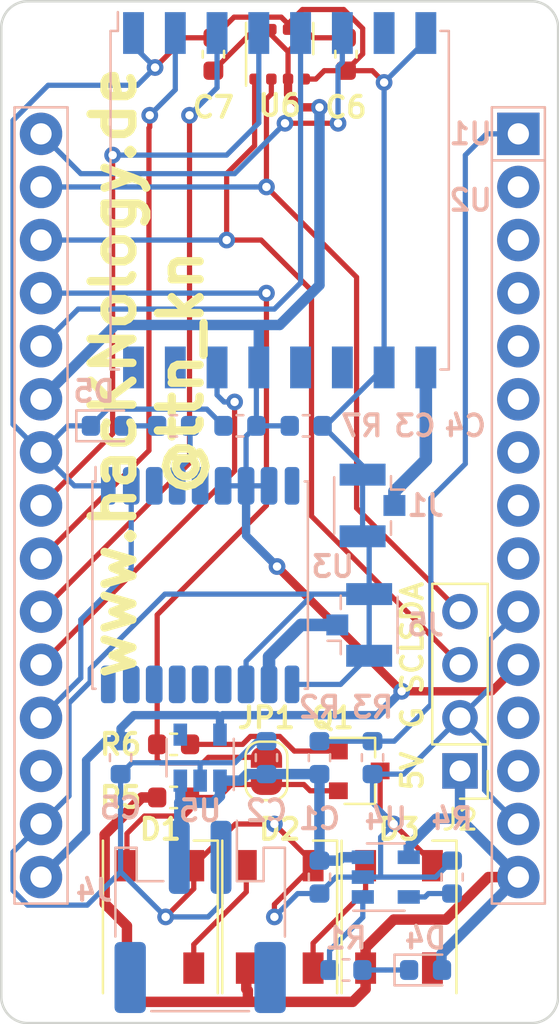
<source format=kicad_pcb>
(kicad_pcb (version 20171130) (host pcbnew "(5.1.12)-1")

  (general
    (thickness 1.55)
    (drawings 17)
    (tracks 324)
    (zones 0)
    (modules 31)
    (nets 28)
  )

  (page A4)
  (title_block
    (title NodeMCU_CO2)
    (date 2020-10-04)
    (company https://nerdyscout.github.io/NodeMCU/CO2)
  )

  (layers
    (0 F.Cu mixed)
    (31 B.Cu mixed)
    (32 B.Adhes user hide)
    (33 F.Adhes user hide)
    (34 B.Paste user hide)
    (35 F.Paste user hide)
    (36 B.SilkS user hide)
    (37 F.SilkS user hide)
    (38 B.Mask user hide)
    (39 F.Mask user hide)
    (40 Dwgs.User user hide)
    (41 Cmts.User user hide)
    (42 Eco1.User user hide)
    (43 Eco2.User user hide)
    (44 Edge.Cuts user)
    (45 Margin user hide)
    (46 B.CrtYd user hide)
    (47 F.CrtYd user hide)
    (48 B.Fab user hide)
    (49 F.Fab user hide)
  )

  (setup
    (last_trace_width 0.25)
    (user_trace_width 0.25)
    (user_trace_width 0.5)
    (user_trace_width 0.75)
    (trace_clearance 0.2)
    (zone_clearance 0.2)
    (zone_45_only no)
    (trace_min 0.2)
    (via_size 0.8)
    (via_drill 0.4)
    (via_min_size 0.4)
    (via_min_drill 0.3)
    (uvia_size 0.3)
    (uvia_drill 0.1)
    (uvias_allowed no)
    (uvia_min_size 0.2)
    (uvia_min_drill 0.1)
    (edge_width 0.05)
    (segment_width 0.2)
    (pcb_text_width 0.3)
    (pcb_text_size 1.5 1.5)
    (mod_edge_width 0.12)
    (mod_text_size 1 1)
    (mod_text_width 0.15)
    (pad_size 1 1)
    (pad_drill 0.5)
    (pad_to_mask_clearance 0.2)
    (solder_mask_min_width 0.125)
    (aux_axis_origin 121.285 109.22)
    (grid_origin 121.285 109.22)
    (visible_elements 7FFFFFFF)
    (pcbplotparams
      (layerselection 0x3d1ff_ffffffff)
      (usegerberextensions false)
      (usegerberattributes false)
      (usegerberadvancedattributes false)
      (creategerberjobfile false)
      (excludeedgelayer true)
      (linewidth 0.100000)
      (plotframeref false)
      (viasonmask false)
      (mode 1)
      (useauxorigin false)
      (hpglpennumber 1)
      (hpglpenspeed 20)
      (hpglpendiameter 15.000000)
      (psnegative false)
      (psa4output false)
      (plotreference true)
      (plotvalue true)
      (plotinvisibletext false)
      (padsonsilk false)
      (subtractmaskfromsilk false)
      (outputformat 1)
      (mirror false)
      (drillshape 0)
      (scaleselection 1)
      (outputdirectory "gerber"))
  )

  (net 0 "")
  (net 1 GND)
  (net 2 +5V)
  (net 3 "Net-(J1-Pad1)")
  (net 4 +3V3)
  (net 5 "Net-(D1-Pad2)")
  (net 6 "Net-(D2-Pad2)")
  (net 7 SDA)
  (net 8 SCL)
  (net 9 CS)
  (net 10 COPI)
  (net 11 CLK)
  (net 12 CIPO)
  (net 13 +BATT)
  (net 14 "Net-(R1-Pad2)")
  (net 15 "Net-(D4-Pad1)")
  (net 16 A0)
  (net 17 "Net-(R4-Pad1)")
  (net 18 "Net-(D1-Pad4)")
  (net 19 "Net-(Q1-Pad1)")
  (net 20 LED)
  (net 21 IRQ)
  (net 22 RXD)
  (net 23 RST)
  (net 24 "Net-(D5-Pad2)")
  (net 25 "Net-(J5-Pad1)")
  (net 26 "Net-(R7-Pad1)")
  (net 27 "Net-(R8-Pad1)")

  (net_class Default "This is the default net class."
    (clearance 0.2)
    (trace_width 0.25)
    (via_dia 0.8)
    (via_drill 0.4)
    (uvia_dia 0.3)
    (uvia_drill 0.1)
    (add_net +3V3)
    (add_net +5V)
    (add_net +BATT)
    (add_net A0)
    (add_net CIPO)
    (add_net CLK)
    (add_net COPI)
    (add_net CS)
    (add_net GND)
    (add_net IRQ)
    (add_net LED)
    (add_net "Net-(D1-Pad2)")
    (add_net "Net-(D1-Pad4)")
    (add_net "Net-(D2-Pad2)")
    (add_net "Net-(D4-Pad1)")
    (add_net "Net-(D5-Pad2)")
    (add_net "Net-(J1-Pad1)")
    (add_net "Net-(J5-Pad1)")
    (add_net "Net-(Q1-Pad1)")
    (add_net "Net-(R1-Pad2)")
    (add_net "Net-(R4-Pad1)")
    (add_net "Net-(R7-Pad1)")
    (add_net "Net-(R8-Pad1)")
    (add_net RST)
    (add_net RXD)
    (add_net SCL)
    (add_net SDA)
  )

  (module Package_LGA:Bosch_LGA-8_3x3mm_P0.8mm_ClockwisePinNumbering (layer F.Cu) (tedit 5D9F7937) (tstamp 5F821EB0)
    (at 132.715 105.41 180)
    (descr "Bosch  LGA, 8 Pin (https://ae-bst.resource.bosch.com/media/_tech/media/datasheets/BST-BME680-DS001-00.pdf#page=44), generated with kicad-footprint-generator ipc_noLead_generator.py")
    (tags "Bosch LGA NoLead")
    (path /5F81BBE7)
    (attr smd)
    (fp_text reference U6 (at 0 -2.45) (layer F.SilkS)
      (effects (font (size 1 1) (thickness 0.2)))
    )
    (fp_text value BME680 (at 0 2.45) (layer F.Fab)
      (effects (font (size 1 1) (thickness 0.15)))
    )
    (fp_line (start -1.61 0) (end -1.61 1.5) (layer F.SilkS) (width 0.12))
    (fp_line (start 1.61 -1.5) (end 1.61 1.5) (layer F.SilkS) (width 0.12))
    (fp_line (start -0.75 -1.5) (end 1.5 -1.5) (layer F.Fab) (width 0.1))
    (fp_line (start 1.5 -1.5) (end 1.5 1.5) (layer F.Fab) (width 0.1))
    (fp_line (start 1.5 1.5) (end -1.5 1.5) (layer F.Fab) (width 0.1))
    (fp_line (start -1.5 1.5) (end -1.5 -0.75) (layer F.Fab) (width 0.1))
    (fp_line (start -1.5 -0.75) (end -0.75 -1.5) (layer F.Fab) (width 0.1))
    (fp_line (start -1.75 -1.75) (end -1.75 1.75) (layer F.CrtYd) (width 0.05))
    (fp_line (start -1.75 1.75) (end 1.75 1.75) (layer F.CrtYd) (width 0.05))
    (fp_line (start 1.75 1.75) (end 1.75 -1.75) (layer F.CrtYd) (width 0.05))
    (fp_line (start 1.75 -1.75) (end -1.75 -1.75) (layer F.CrtYd) (width 0.05))
    (fp_text user %R (at 0 0) (layer F.Fab)
      (effects (font (size 0.75 0.75) (thickness 0.11)))
    )
    (pad 8 smd roundrect (at -1.2 1.1875 180) (size 0.5 0.525) (layers F.Cu F.Paste F.Mask) (roundrect_rratio 0.25)
      (net 4 +3V3))
    (pad 7 smd roundrect (at -0.4 1.1875 180) (size 0.5 0.525) (layers F.Cu F.Paste F.Mask) (roundrect_rratio 0.25)
      (net 1 GND))
    (pad 6 smd roundrect (at 0.4 1.1875 180) (size 0.5 0.525) (layers F.Cu F.Paste F.Mask) (roundrect_rratio 0.25)
      (net 4 +3V3))
    (pad 5 smd roundrect (at 1.2 1.1875 180) (size 0.5 0.525) (layers F.Cu F.Paste F.Mask) (roundrect_rratio 0.25)
      (net 4 +3V3))
    (pad 4 smd roundrect (at 1.2 -1.1875 180) (size 0.5 0.525) (layers F.Cu F.Paste F.Mask) (roundrect_rratio 0.25)
      (net 8 SCL))
    (pad 3 smd roundrect (at 0.4 -1.1875 180) (size 0.5 0.525) (layers F.Cu F.Paste F.Mask) (roundrect_rratio 0.25)
      (net 7 SDA))
    (pad 2 smd roundrect (at -0.4 -1.1875 180) (size 0.5 0.525) (layers F.Cu F.Paste F.Mask) (roundrect_rratio 0.25)
      (net 4 +3V3))
    (pad 1 smd roundrect (at -1.2 -1.1875 180) (size 0.5 0.525) (layers F.Cu F.Paste F.Mask) (roundrect_rratio 0.25)
      (net 1 GND))
    (model ${KISYS3DMOD}/Package_LGA.3dshapes/Bosch_LGA-8_3x3mm_P0.8mm_ClockwisePinNumbering.wrl
      (at (xyz 0 0 0))
      (scale (xyz 1 1 1))
      (rotate (xyz 0 0 0))
    )
  )

  (module Connector_PinHeader_2.54mm:PinHeader_1x04_P2.54mm_Vertical (layer F.Cu) (tedit 59FED5CC) (tstamp 5F81D121)
    (at 141.351 139.7 180)
    (descr "Through hole straight pin header, 1x04, 2.54mm pitch, single row")
    (tags "Through hole pin header THT 1x04 2.54mm single row")
    (path /5C4C85C5)
    (fp_text reference J2 (at 0 -2.33) (layer F.SilkS)
      (effects (font (size 1 1) (thickness 0.15)))
    )
    (fp_text value Display (at 0 9.95) (layer F.Fab)
      (effects (font (size 1 1) (thickness 0.15)))
    )
    (fp_line (start -0.635 -1.27) (end 1.27 -1.27) (layer F.Fab) (width 0.1))
    (fp_line (start 1.27 -1.27) (end 1.27 8.89) (layer F.Fab) (width 0.1))
    (fp_line (start 1.27 8.89) (end -1.27 8.89) (layer F.Fab) (width 0.1))
    (fp_line (start -1.27 8.89) (end -1.27 -0.635) (layer F.Fab) (width 0.1))
    (fp_line (start -1.27 -0.635) (end -0.635 -1.27) (layer F.Fab) (width 0.1))
    (fp_line (start -1.33 8.95) (end 1.33 8.95) (layer F.SilkS) (width 0.12))
    (fp_line (start -1.33 1.27) (end -1.33 8.95) (layer F.SilkS) (width 0.12))
    (fp_line (start 1.33 1.27) (end 1.33 8.95) (layer F.SilkS) (width 0.12))
    (fp_line (start -1.33 1.27) (end 1.33 1.27) (layer F.SilkS) (width 0.12))
    (fp_line (start -1.33 0) (end -1.33 -1.33) (layer F.SilkS) (width 0.12))
    (fp_line (start -1.33 -1.33) (end 0 -1.33) (layer F.SilkS) (width 0.12))
    (fp_line (start -1.8 -1.8) (end -1.8 9.4) (layer F.CrtYd) (width 0.05))
    (fp_line (start -1.8 9.4) (end 1.8 9.4) (layer F.CrtYd) (width 0.05))
    (fp_line (start 1.8 9.4) (end 1.8 -1.8) (layer F.CrtYd) (width 0.05))
    (fp_line (start 1.8 -1.8) (end -1.8 -1.8) (layer F.CrtYd) (width 0.05))
    (fp_text user %R (at 0 3.81 90) (layer F.Fab)
      (effects (font (size 1 1) (thickness 0.15)))
    )
    (pad 4 thru_hole oval (at 0 7.62 180) (size 1.7 1.7) (drill 1) (layers *.Cu *.Mask)
      (net 7 SDA))
    (pad 3 thru_hole oval (at 0 5.08 180) (size 1.7 1.7) (drill 1) (layers *.Cu *.Mask)
      (net 8 SCL))
    (pad 2 thru_hole oval (at 0 2.54 180) (size 1.7 1.7) (drill 1) (layers *.Cu *.Mask)
      (net 1 GND))
    (pad 1 thru_hole rect (at 0 0 180) (size 1.7 1.7) (drill 1) (layers *.Cu *.Mask)
      (net 2 +5V))
    (model ${KISYS3DMOD}/Connector_PinHeader_2.54mm.3dshapes/PinHeader_1x04_P2.54mm_Vertical.wrl
      (at (xyz 0 0 0))
      (scale (xyz 1 1 1))
      (rotate (xyz 0 0 0))
    )
  )

  (module Capacitor_SMD:C_0603_1608Metric (layer F.Cu) (tedit 5B301BBE) (tstamp 5F821F1E)
    (at 129.54 105.41 270)
    (descr "Capacitor SMD 0603 (1608 Metric), square (rectangular) end terminal, IPC_7351 nominal, (Body size source: http://www.tortai-tech.com/upload/download/2011102023233369053.pdf), generated with kicad-footprint-generator")
    (tags capacitor)
    (path /5F824EF5)
    (attr smd)
    (fp_text reference C7 (at 2.54 0 180) (layer F.SilkS)
      (effects (font (size 1 1) (thickness 0.2)))
    )
    (fp_text value 100n (at 0 1.43 90) (layer F.Fab)
      (effects (font (size 1 1) (thickness 0.15)))
    )
    (fp_line (start -0.8 0.4) (end -0.8 -0.4) (layer F.Fab) (width 0.1))
    (fp_line (start -0.8 -0.4) (end 0.8 -0.4) (layer F.Fab) (width 0.1))
    (fp_line (start 0.8 -0.4) (end 0.8 0.4) (layer F.Fab) (width 0.1))
    (fp_line (start 0.8 0.4) (end -0.8 0.4) (layer F.Fab) (width 0.1))
    (fp_line (start -0.162779 -0.51) (end 0.162779 -0.51) (layer F.SilkS) (width 0.12))
    (fp_line (start -0.162779 0.51) (end 0.162779 0.51) (layer F.SilkS) (width 0.12))
    (fp_line (start -1.48 0.73) (end -1.48 -0.73) (layer F.CrtYd) (width 0.05))
    (fp_line (start -1.48 -0.73) (end 1.48 -0.73) (layer F.CrtYd) (width 0.05))
    (fp_line (start 1.48 -0.73) (end 1.48 0.73) (layer F.CrtYd) (width 0.05))
    (fp_line (start 1.48 0.73) (end -1.48 0.73) (layer F.CrtYd) (width 0.05))
    (fp_text user %R (at 0 0 90) (layer F.Fab)
      (effects (font (size 0.4 0.4) (thickness 0.06)))
    )
    (pad 2 smd roundrect (at 0.7875 0 270) (size 0.875 0.95) (layers F.Cu F.Paste F.Mask) (roundrect_rratio 0.25)
      (net 4 +3V3))
    (pad 1 smd roundrect (at -0.7875 0 270) (size 0.875 0.95) (layers F.Cu F.Paste F.Mask) (roundrect_rratio 0.25)
      (net 1 GND))
    (model ${KISYS3DMOD}/Capacitor_SMD.3dshapes/C_0603_1608Metric.wrl
      (at (xyz 0 0 0))
      (scale (xyz 1 1 1))
      (rotate (xyz 0 0 0))
    )
  )

  (module Capacitor_SMD:C_0603_1608Metric (layer F.Cu) (tedit 5B301BBE) (tstamp 5F821EEE)
    (at 135.89 105.41 90)
    (descr "Capacitor SMD 0603 (1608 Metric), square (rectangular) end terminal, IPC_7351 nominal, (Body size source: http://www.tortai-tech.com/upload/download/2011102023233369053.pdf), generated with kicad-footprint-generator")
    (tags capacitor)
    (path /5F824F16)
    (attr smd)
    (fp_text reference C6 (at -2.54 0 180) (layer F.SilkS)
      (effects (font (size 1 1) (thickness 0.2)))
    )
    (fp_text value 100n (at 0 1.43 90) (layer F.Fab)
      (effects (font (size 1 1) (thickness 0.15)))
    )
    (fp_line (start -0.8 0.4) (end -0.8 -0.4) (layer F.Fab) (width 0.1))
    (fp_line (start -0.8 -0.4) (end 0.8 -0.4) (layer F.Fab) (width 0.1))
    (fp_line (start 0.8 -0.4) (end 0.8 0.4) (layer F.Fab) (width 0.1))
    (fp_line (start 0.8 0.4) (end -0.8 0.4) (layer F.Fab) (width 0.1))
    (fp_line (start -0.162779 -0.51) (end 0.162779 -0.51) (layer F.SilkS) (width 0.12))
    (fp_line (start -0.162779 0.51) (end 0.162779 0.51) (layer F.SilkS) (width 0.12))
    (fp_line (start -1.48 0.73) (end -1.48 -0.73) (layer F.CrtYd) (width 0.05))
    (fp_line (start -1.48 -0.73) (end 1.48 -0.73) (layer F.CrtYd) (width 0.05))
    (fp_line (start 1.48 -0.73) (end 1.48 0.73) (layer F.CrtYd) (width 0.05))
    (fp_line (start 1.48 0.73) (end -1.48 0.73) (layer F.CrtYd) (width 0.05))
    (fp_text user %R (at 0 0 90) (layer F.Fab)
      (effects (font (size 0.4 0.4) (thickness 0.06)))
    )
    (pad 2 smd roundrect (at 0.7875 0 90) (size 0.875 0.95) (layers F.Cu F.Paste F.Mask) (roundrect_rratio 0.25)
      (net 4 +3V3))
    (pad 1 smd roundrect (at -0.7875 0 90) (size 0.875 0.95) (layers F.Cu F.Paste F.Mask) (roundrect_rratio 0.25)
      (net 1 GND))
    (model ${KISYS3DMOD}/Capacitor_SMD.3dshapes/C_0603_1608Metric.wrl
      (at (xyz 0 0 0))
      (scale (xyz 1 1 1))
      (rotate (xyz 0 0 0))
    )
  )

  (module Capacitor_SMD:C_0603_1608Metric (layer B.Cu) (tedit 5B301BBE) (tstamp 5F7593C3)
    (at 125.095 139.065 90)
    (descr "Capacitor SMD 0603 (1608 Metric), square (rectangular) end terminal, IPC_7351 nominal, (Body size source: http://www.tortai-tech.com/upload/download/2011102023233369053.pdf), generated with kicad-footprint-generator")
    (tags capacitor)
    (path /5F917330)
    (attr smd)
    (fp_text reference C5 (at -2.413 0 180) (layer B.SilkS)
      (effects (font (size 1 1) (thickness 0.2)) (justify mirror))
    )
    (fp_text value 100n (at 0 -1.43 90) (layer B.Fab)
      (effects (font (size 1 1) (thickness 0.15)) (justify mirror))
    )
    (fp_line (start -0.8 -0.4) (end -0.8 0.4) (layer B.Fab) (width 0.1))
    (fp_line (start -0.8 0.4) (end 0.8 0.4) (layer B.Fab) (width 0.1))
    (fp_line (start 0.8 0.4) (end 0.8 -0.4) (layer B.Fab) (width 0.1))
    (fp_line (start 0.8 -0.4) (end -0.8 -0.4) (layer B.Fab) (width 0.1))
    (fp_line (start -0.162779 0.51) (end 0.162779 0.51) (layer B.SilkS) (width 0.12))
    (fp_line (start -0.162779 -0.51) (end 0.162779 -0.51) (layer B.SilkS) (width 0.12))
    (fp_line (start -1.48 -0.73) (end -1.48 0.73) (layer B.CrtYd) (width 0.05))
    (fp_line (start -1.48 0.73) (end 1.48 0.73) (layer B.CrtYd) (width 0.05))
    (fp_line (start 1.48 0.73) (end 1.48 -0.73) (layer B.CrtYd) (width 0.05))
    (fp_line (start 1.48 -0.73) (end -1.48 -0.73) (layer B.CrtYd) (width 0.05))
    (fp_text user %R (at 0 0 90) (layer B.Fab)
      (effects (font (size 0.4 0.4) (thickness 0.06)) (justify mirror))
    )
    (pad 2 smd roundrect (at 0.7875 0 90) (size 0.875 0.95) (layers B.Cu B.Paste B.Mask) (roundrect_rratio 0.25)
      (net 4 +3V3))
    (pad 1 smd roundrect (at -0.7875 0 90) (size 0.875 0.95) (layers B.Cu B.Paste B.Mask) (roundrect_rratio 0.25)
      (net 1 GND))
    (model ${KISYS3DMOD}/Capacitor_SMD.3dshapes/C_0603_1608Metric.wrl
      (at (xyz 0 0 0))
      (scale (xyz 1 1 1))
      (rotate (xyz 0 0 0))
    )
  )

  (module Resistor_SMD:R_0603_1608Metric (layer B.Cu) (tedit 5B301BBD) (tstamp 5F75511F)
    (at 127.635 123.19 180)
    (descr "Resistor SMD 0603 (1608 Metric), square (rectangular) end terminal, IPC_7351 nominal, (Body size source: http://www.tortai-tech.com/upload/download/2011102023233369053.pdf), generated with kicad-footprint-generator")
    (tags resistor)
    (path /5F896E25)
    (attr smd)
    (fp_text reference R7 (at -9.017 0) (layer B.SilkS)
      (effects (font (size 1 1) (thickness 0.2)) (justify mirror))
    )
    (fp_text value 1k (at 0 -1.43) (layer B.Fab)
      (effects (font (size 1 1) (thickness 0.15)) (justify mirror))
    )
    (fp_line (start -0.8 -0.4) (end -0.8 0.4) (layer B.Fab) (width 0.1))
    (fp_line (start -0.8 0.4) (end 0.8 0.4) (layer B.Fab) (width 0.1))
    (fp_line (start 0.8 0.4) (end 0.8 -0.4) (layer B.Fab) (width 0.1))
    (fp_line (start 0.8 -0.4) (end -0.8 -0.4) (layer B.Fab) (width 0.1))
    (fp_line (start -0.162779 0.51) (end 0.162779 0.51) (layer B.SilkS) (width 0.12))
    (fp_line (start -0.162779 -0.51) (end 0.162779 -0.51) (layer B.SilkS) (width 0.12))
    (fp_line (start -1.48 -0.73) (end -1.48 0.73) (layer B.CrtYd) (width 0.05))
    (fp_line (start -1.48 0.73) (end 1.48 0.73) (layer B.CrtYd) (width 0.05))
    (fp_line (start 1.48 0.73) (end 1.48 -0.73) (layer B.CrtYd) (width 0.05))
    (fp_line (start 1.48 -0.73) (end -1.48 -0.73) (layer B.CrtYd) (width 0.05))
    (fp_text user %R (at 0 0) (layer B.Fab)
      (effects (font (size 0.4 0.4) (thickness 0.06)) (justify mirror))
    )
    (pad 2 smd roundrect (at 0.7875 0 180) (size 0.875 0.95) (layers B.Cu B.Paste B.Mask) (roundrect_rratio 0.25)
      (net 24 "Net-(D5-Pad2)"))
    (pad 1 smd roundrect (at -0.7875 0 180) (size 0.875 0.95) (layers B.Cu B.Paste B.Mask) (roundrect_rratio 0.25)
      (net 26 "Net-(R7-Pad1)"))
    (model ${KISYS3DMOD}/Resistor_SMD.3dshapes/R_0603_1608Metric.wrl
      (at (xyz 0 0 0))
      (scale (xyz 1 1 1))
      (rotate (xyz 0 0 0))
    )
  )

  (module Resistor_SMD:R_0603_1608Metric (layer F.Cu) (tedit 5B301BBD) (tstamp 5F74E12C)
    (at 127.635 138.43)
    (descr "Resistor SMD 0603 (1608 Metric), square (rectangular) end terminal, IPC_7351 nominal, (Body size source: http://www.tortai-tech.com/upload/download/2011102023233369053.pdf), generated with kicad-footprint-generator")
    (tags resistor)
    (path /5F820403)
    (attr smd)
    (fp_text reference R6 (at -2.54 0) (layer F.SilkS)
      (effects (font (size 1 1) (thickness 0.2)))
    )
    (fp_text value 1k (at 0 -1.905) (layer F.Fab)
      (effects (font (size 1 1) (thickness 0.15)))
    )
    (fp_line (start -0.8 0.4) (end -0.8 -0.4) (layer F.Fab) (width 0.1))
    (fp_line (start -0.8 -0.4) (end 0.8 -0.4) (layer F.Fab) (width 0.1))
    (fp_line (start 0.8 -0.4) (end 0.8 0.4) (layer F.Fab) (width 0.1))
    (fp_line (start 0.8 0.4) (end -0.8 0.4) (layer F.Fab) (width 0.1))
    (fp_line (start -0.162779 -0.51) (end 0.162779 -0.51) (layer F.SilkS) (width 0.12))
    (fp_line (start -0.162779 0.51) (end 0.162779 0.51) (layer F.SilkS) (width 0.12))
    (fp_line (start -1.48 0.73) (end -1.48 -0.73) (layer F.CrtYd) (width 0.05))
    (fp_line (start -1.48 -0.73) (end 1.48 -0.73) (layer F.CrtYd) (width 0.05))
    (fp_line (start 1.48 -0.73) (end 1.48 0.73) (layer F.CrtYd) (width 0.05))
    (fp_line (start 1.48 0.73) (end -1.48 0.73) (layer F.CrtYd) (width 0.05))
    (fp_text user %R (at 0 0) (layer F.Fab)
      (effects (font (size 0.4 0.4) (thickness 0.06)))
    )
    (pad 2 smd roundrect (at 0.7875 0) (size 0.875 0.95) (layers F.Cu F.Paste F.Mask) (roundrect_rratio 0.25)
      (net 19 "Net-(Q1-Pad1)"))
    (pad 1 smd roundrect (at -0.7875 0) (size 0.875 0.95) (layers F.Cu F.Paste F.Mask) (roundrect_rratio 0.25)
      (net 20 LED))
    (model ${KISYS3DMOD}/Resistor_SMD.3dshapes/R_0603_1608Metric.wrl
      (at (xyz 0 0 0))
      (scale (xyz 1 1 1))
      (rotate (xyz 0 0 0))
    )
  )

  (module Resistor_SMD:R_0603_1608Metric (layer F.Cu) (tedit 5B301BBD) (tstamp 5F74F51B)
    (at 127.635 140.97 180)
    (descr "Resistor SMD 0603 (1608 Metric), square (rectangular) end terminal, IPC_7351 nominal, (Body size source: http://www.tortai-tech.com/upload/download/2011102023233369053.pdf), generated with kicad-footprint-generator")
    (tags resistor)
    (path /5F81F669)
    (attr smd)
    (fp_text reference R5 (at 2.54 0) (layer F.SilkS)
      (effects (font (size 1 1) (thickness 0.2)))
    )
    (fp_text value 1k (at 0 -1.27) (layer F.Fab)
      (effects (font (size 1 1) (thickness 0.15)))
    )
    (fp_line (start -0.8 0.4) (end -0.8 -0.4) (layer F.Fab) (width 0.1))
    (fp_line (start -0.8 -0.4) (end 0.8 -0.4) (layer F.Fab) (width 0.1))
    (fp_line (start 0.8 -0.4) (end 0.8 0.4) (layer F.Fab) (width 0.1))
    (fp_line (start 0.8 0.4) (end -0.8 0.4) (layer F.Fab) (width 0.1))
    (fp_line (start -0.162779 -0.51) (end 0.162779 -0.51) (layer F.SilkS) (width 0.12))
    (fp_line (start -0.162779 0.51) (end 0.162779 0.51) (layer F.SilkS) (width 0.12))
    (fp_line (start -1.48 0.73) (end -1.48 -0.73) (layer F.CrtYd) (width 0.05))
    (fp_line (start -1.48 -0.73) (end 1.48 -0.73) (layer F.CrtYd) (width 0.05))
    (fp_line (start 1.48 -0.73) (end 1.48 0.73) (layer F.CrtYd) (width 0.05))
    (fp_line (start 1.48 0.73) (end -1.48 0.73) (layer F.CrtYd) (width 0.05))
    (fp_text user %R (at 0 0) (layer F.Fab)
      (effects (font (size 0.4 0.4) (thickness 0.06)))
    )
    (pad 2 smd roundrect (at 0.7875 0 180) (size 0.875 0.95) (layers F.Cu F.Paste F.Mask) (roundrect_rratio 0.25)
      (net 2 +5V))
    (pad 1 smd roundrect (at -0.7875 0 180) (size 0.875 0.95) (layers F.Cu F.Paste F.Mask) (roundrect_rratio 0.25)
      (net 18 "Net-(D1-Pad4)"))
    (model ${KISYS3DMOD}/Resistor_SMD.3dshapes/R_0603_1608Metric.wrl
      (at (xyz 0 0 0))
      (scale (xyz 1 1 1))
      (rotate (xyz 0 0 0))
    )
  )

  (module Resistor_SMD:R_0603_1608Metric (layer B.Cu) (tedit 5B301BBD) (tstamp 5F74D739)
    (at 140.97 144.78 90)
    (descr "Resistor SMD 0603 (1608 Metric), square (rectangular) end terminal, IPC_7351 nominal, (Body size source: http://www.tortai-tech.com/upload/download/2011102023233369053.pdf), generated with kicad-footprint-generator")
    (tags resistor)
    (path /5F7C6E13)
    (attr smd)
    (fp_text reference R4 (at 2.794 0 180) (layer B.SilkS)
      (effects (font (size 1 1) (thickness 0.2)) (justify mirror))
    )
    (fp_text value 2k (at 2.54 0 180) (layer B.Fab)
      (effects (font (size 1 1) (thickness 0.15)) (justify mirror))
    )
    (fp_line (start -0.8 -0.4) (end -0.8 0.4) (layer B.Fab) (width 0.1))
    (fp_line (start -0.8 0.4) (end 0.8 0.4) (layer B.Fab) (width 0.1))
    (fp_line (start 0.8 0.4) (end 0.8 -0.4) (layer B.Fab) (width 0.1))
    (fp_line (start 0.8 -0.4) (end -0.8 -0.4) (layer B.Fab) (width 0.1))
    (fp_line (start -0.162779 0.51) (end 0.162779 0.51) (layer B.SilkS) (width 0.12))
    (fp_line (start -0.162779 -0.51) (end 0.162779 -0.51) (layer B.SilkS) (width 0.12))
    (fp_line (start -1.48 -0.73) (end -1.48 0.73) (layer B.CrtYd) (width 0.05))
    (fp_line (start -1.48 0.73) (end 1.48 0.73) (layer B.CrtYd) (width 0.05))
    (fp_line (start 1.48 0.73) (end 1.48 -0.73) (layer B.CrtYd) (width 0.05))
    (fp_line (start 1.48 -0.73) (end -1.48 -0.73) (layer B.CrtYd) (width 0.05))
    (fp_text user %R (at 0 0 90) (layer B.Fab)
      (effects (font (size 0.4 0.4) (thickness 0.06)) (justify mirror))
    )
    (pad 2 smd roundrect (at 0.7875 0 90) (size 0.875 0.95) (layers B.Cu B.Paste B.Mask) (roundrect_rratio 0.25)
      (net 1 GND))
    (pad 1 smd roundrect (at -0.7875 0 90) (size 0.875 0.95) (layers B.Cu B.Paste B.Mask) (roundrect_rratio 0.25)
      (net 17 "Net-(R4-Pad1)"))
    (model ${KISYS3DMOD}/Resistor_SMD.3dshapes/R_0603_1608Metric.wrl
      (at (xyz 0 0 0))
      (scale (xyz 1 1 1))
      (rotate (xyz 0 0 0))
    )
  )

  (module Resistor_SMD:R_0603_1608Metric (layer B.Cu) (tedit 5B301BBD) (tstamp 5F74D6D9)
    (at 137.16 139.065 270)
    (descr "Resistor SMD 0603 (1608 Metric), square (rectangular) end terminal, IPC_7351 nominal, (Body size source: http://www.tortai-tech.com/upload/download/2011102023233369053.pdf), generated with kicad-footprint-generator")
    (tags resistor)
    (path /5F7DB2B8)
    (attr smd)
    (fp_text reference R3 (at -2.413 0 180) (layer B.SilkS)
      (effects (font (size 1 1) (thickness 0.2)) (justify mirror))
    )
    (fp_text value 1k (at 0 -1.27 270) (layer B.Fab)
      (effects (font (size 1 1) (thickness 0.15)) (justify mirror))
    )
    (fp_line (start -0.8 -0.4) (end -0.8 0.4) (layer B.Fab) (width 0.1))
    (fp_line (start -0.8 0.4) (end 0.8 0.4) (layer B.Fab) (width 0.1))
    (fp_line (start 0.8 0.4) (end 0.8 -0.4) (layer B.Fab) (width 0.1))
    (fp_line (start 0.8 -0.4) (end -0.8 -0.4) (layer B.Fab) (width 0.1))
    (fp_line (start -0.162779 0.51) (end 0.162779 0.51) (layer B.SilkS) (width 0.12))
    (fp_line (start -0.162779 -0.51) (end 0.162779 -0.51) (layer B.SilkS) (width 0.12))
    (fp_line (start -1.48 -0.73) (end -1.48 0.73) (layer B.CrtYd) (width 0.05))
    (fp_line (start -1.48 0.73) (end 1.48 0.73) (layer B.CrtYd) (width 0.05))
    (fp_line (start 1.48 0.73) (end 1.48 -0.73) (layer B.CrtYd) (width 0.05))
    (fp_line (start 1.48 -0.73) (end -1.48 -0.73) (layer B.CrtYd) (width 0.05))
    (fp_text user %R (at 0 0 90) (layer B.Fab)
      (effects (font (size 0.4 0.4) (thickness 0.06)) (justify mirror))
    )
    (pad 2 smd roundrect (at 0.7875 0 270) (size 0.875 0.95) (layers B.Cu B.Paste B.Mask) (roundrect_rratio 0.25)
      (net 1 GND))
    (pad 1 smd roundrect (at -0.7875 0 270) (size 0.875 0.95) (layers B.Cu B.Paste B.Mask) (roundrect_rratio 0.25)
      (net 16 A0))
    (model ${KISYS3DMOD}/Resistor_SMD.3dshapes/R_0603_1608Metric.wrl
      (at (xyz 0 0 0))
      (scale (xyz 1 1 1))
      (rotate (xyz 0 0 0))
    )
  )

  (module Resistor_SMD:R_0603_1608Metric (layer B.Cu) (tedit 5B301BBD) (tstamp 5F77CEA6)
    (at 134.62 139.065 90)
    (descr "Resistor SMD 0603 (1608 Metric), square (rectangular) end terminal, IPC_7351 nominal, (Body size source: http://www.tortai-tech.com/upload/download/2011102023233369053.pdf), generated with kicad-footprint-generator")
    (tags resistor)
    (path /5F7DBA1E)
    (attr smd)
    (fp_text reference R2 (at 2.413 0 180) (layer B.SilkS)
      (effects (font (size 1 1) (thickness 0.2)) (justify mirror))
    )
    (fp_text value 1k (at 0 1.27 90) (layer B.Fab)
      (effects (font (size 1 1) (thickness 0.15)) (justify mirror))
    )
    (fp_line (start -0.8 -0.4) (end -0.8 0.4) (layer B.Fab) (width 0.1))
    (fp_line (start -0.8 0.4) (end 0.8 0.4) (layer B.Fab) (width 0.1))
    (fp_line (start 0.8 0.4) (end 0.8 -0.4) (layer B.Fab) (width 0.1))
    (fp_line (start 0.8 -0.4) (end -0.8 -0.4) (layer B.Fab) (width 0.1))
    (fp_line (start -0.162779 0.51) (end 0.162779 0.51) (layer B.SilkS) (width 0.12))
    (fp_line (start -0.162779 -0.51) (end 0.162779 -0.51) (layer B.SilkS) (width 0.12))
    (fp_line (start -1.48 -0.73) (end -1.48 0.73) (layer B.CrtYd) (width 0.05))
    (fp_line (start -1.48 0.73) (end 1.48 0.73) (layer B.CrtYd) (width 0.05))
    (fp_line (start 1.48 0.73) (end 1.48 -0.73) (layer B.CrtYd) (width 0.05))
    (fp_line (start 1.48 -0.73) (end -1.48 -0.73) (layer B.CrtYd) (width 0.05))
    (fp_text user %R (at 0 0 90) (layer B.Fab)
      (effects (font (size 0.4 0.4) (thickness 0.06)) (justify mirror))
    )
    (pad 2 smd roundrect (at 0.7875 0 90) (size 0.875 0.95) (layers B.Cu B.Paste B.Mask) (roundrect_rratio 0.25)
      (net 16 A0))
    (pad 1 smd roundrect (at -0.7875 0 90) (size 0.875 0.95) (layers B.Cu B.Paste B.Mask) (roundrect_rratio 0.25)
      (net 13 +BATT))
    (model ${KISYS3DMOD}/Resistor_SMD.3dshapes/R_0603_1608Metric.wrl
      (at (xyz 0 0 0))
      (scale (xyz 1 1 1))
      (rotate (xyz 0 0 0))
    )
  )

  (module Resistor_SMD:R_0603_1608Metric (layer B.Cu) (tedit 5B301BBD) (tstamp 5F74D637)
    (at 135.89 149.225 180)
    (descr "Resistor SMD 0603 (1608 Metric), square (rectangular) end terminal, IPC_7351 nominal, (Body size source: http://www.tortai-tech.com/upload/download/2011102023233369053.pdf), generated with kicad-footprint-generator")
    (tags resistor)
    (path /5F7CF4EC)
    (attr smd)
    (fp_text reference R1 (at 0 1.524) (layer B.SilkS)
      (effects (font (size 1 1) (thickness 0.2)) (justify mirror))
    )
    (fp_text value 1k (at 0 -1.27) (layer B.Fab)
      (effects (font (size 1 1) (thickness 0.15)) (justify mirror))
    )
    (fp_line (start -0.8 -0.4) (end -0.8 0.4) (layer B.Fab) (width 0.1))
    (fp_line (start -0.8 0.4) (end 0.8 0.4) (layer B.Fab) (width 0.1))
    (fp_line (start 0.8 0.4) (end 0.8 -0.4) (layer B.Fab) (width 0.1))
    (fp_line (start 0.8 -0.4) (end -0.8 -0.4) (layer B.Fab) (width 0.1))
    (fp_line (start -0.162779 0.51) (end 0.162779 0.51) (layer B.SilkS) (width 0.12))
    (fp_line (start -0.162779 -0.51) (end 0.162779 -0.51) (layer B.SilkS) (width 0.12))
    (fp_line (start -1.48 -0.73) (end -1.48 0.73) (layer B.CrtYd) (width 0.05))
    (fp_line (start -1.48 0.73) (end 1.48 0.73) (layer B.CrtYd) (width 0.05))
    (fp_line (start 1.48 0.73) (end 1.48 -0.73) (layer B.CrtYd) (width 0.05))
    (fp_line (start 1.48 -0.73) (end -1.48 -0.73) (layer B.CrtYd) (width 0.05))
    (fp_text user %R (at 0 0) (layer B.Fab)
      (effects (font (size 0.4 0.4) (thickness 0.06)) (justify mirror))
    )
    (pad 2 smd roundrect (at 0.7875 0 180) (size 0.875 0.95) (layers B.Cu B.Paste B.Mask) (roundrect_rratio 0.25)
      (net 14 "Net-(R1-Pad2)"))
    (pad 1 smd roundrect (at -0.7875 0 180) (size 0.875 0.95) (layers B.Cu B.Paste B.Mask) (roundrect_rratio 0.25)
      (net 15 "Net-(D4-Pad1)"))
    (model ${KISYS3DMOD}/Resistor_SMD.3dshapes/R_0603_1608Metric.wrl
      (at (xyz 0 0 0))
      (scale (xyz 1 1 1))
      (rotate (xyz 0 0 0))
    )
  )

  (module LED_SMD:LED_0603_1608Metric (layer B.Cu) (tedit 5B301BBE) (tstamp 5F750B61)
    (at 124.46 123.19)
    (descr "LED SMD 0603 (1608 Metric), square (rectangular) end terminal, IPC_7351 nominal, (Body size source: http://www.tortai-tech.com/upload/download/2011102023233369053.pdf), generated with kicad-footprint-generator")
    (tags diode)
    (path /5F897713)
    (attr smd)
    (fp_text reference D5 (at -0.635 -1.651) (layer B.SilkS)
      (effects (font (size 1 1) (thickness 0.2)) (justify mirror))
    )
    (fp_text value LED (at 0 1.27) (layer B.Fab)
      (effects (font (size 1 1) (thickness 0.15)) (justify mirror))
    )
    (fp_line (start 0.8 0.4) (end -0.5 0.4) (layer B.Fab) (width 0.1))
    (fp_line (start -0.5 0.4) (end -0.8 0.1) (layer B.Fab) (width 0.1))
    (fp_line (start -0.8 0.1) (end -0.8 -0.4) (layer B.Fab) (width 0.1))
    (fp_line (start -0.8 -0.4) (end 0.8 -0.4) (layer B.Fab) (width 0.1))
    (fp_line (start 0.8 -0.4) (end 0.8 0.4) (layer B.Fab) (width 0.1))
    (fp_line (start 0.8 0.735) (end -1.485 0.735) (layer B.SilkS) (width 0.12))
    (fp_line (start -1.485 0.735) (end -1.485 -0.735) (layer B.SilkS) (width 0.12))
    (fp_line (start -1.485 -0.735) (end 0.8 -0.735) (layer B.SilkS) (width 0.12))
    (fp_line (start -1.48 -0.73) (end -1.48 0.73) (layer B.CrtYd) (width 0.05))
    (fp_line (start -1.48 0.73) (end 1.48 0.73) (layer B.CrtYd) (width 0.05))
    (fp_line (start 1.48 0.73) (end 1.48 -0.73) (layer B.CrtYd) (width 0.05))
    (fp_line (start 1.48 -0.73) (end -1.48 -0.73) (layer B.CrtYd) (width 0.05))
    (fp_text user %R (at 0 0) (layer B.Fab)
      (effects (font (size 0.4 0.4) (thickness 0.06)) (justify mirror))
    )
    (pad 2 smd roundrect (at 0.7875 0) (size 0.875 0.95) (layers B.Cu B.Paste B.Mask) (roundrect_rratio 0.25)
      (net 24 "Net-(D5-Pad2)"))
    (pad 1 smd roundrect (at -0.7875 0) (size 0.875 0.95) (layers B.Cu B.Paste B.Mask) (roundrect_rratio 0.25)
      (net 1 GND))
    (model ${KISYS3DMOD}/LED_SMD.3dshapes/LED_0603_1608Metric.wrl
      (at (xyz 0 0 0))
      (scale (xyz 1 1 1))
      (rotate (xyz 0 0 0))
    )
  )

  (module LED_SMD:LED_0603_1608Metric (layer B.Cu) (tedit 5B301BBE) (tstamp 5F757B77)
    (at 139.7 149.225)
    (descr "LED SMD 0603 (1608 Metric), square (rectangular) end terminal, IPC_7351 nominal, (Body size source: http://www.tortai-tech.com/upload/download/2011102023233369053.pdf), generated with kicad-footprint-generator")
    (tags diode)
    (path /5F7D1BCD)
    (attr smd)
    (fp_text reference D4 (at 0 -1.524) (layer B.SilkS)
      (effects (font (size 1 1) (thickness 0.2)) (justify mirror))
    )
    (fp_text value LED (at 0 1.27) (layer B.Fab)
      (effects (font (size 1 1) (thickness 0.15)) (justify mirror))
    )
    (fp_line (start 0.8 0.4) (end -0.5 0.4) (layer B.Fab) (width 0.1))
    (fp_line (start -0.5 0.4) (end -0.8 0.1) (layer B.Fab) (width 0.1))
    (fp_line (start -0.8 0.1) (end -0.8 -0.4) (layer B.Fab) (width 0.1))
    (fp_line (start -0.8 -0.4) (end 0.8 -0.4) (layer B.Fab) (width 0.1))
    (fp_line (start 0.8 -0.4) (end 0.8 0.4) (layer B.Fab) (width 0.1))
    (fp_line (start 0.8 0.735) (end -1.485 0.735) (layer B.SilkS) (width 0.12))
    (fp_line (start -1.485 0.735) (end -1.485 -0.735) (layer B.SilkS) (width 0.12))
    (fp_line (start -1.485 -0.735) (end 0.8 -0.735) (layer B.SilkS) (width 0.12))
    (fp_line (start -1.48 -0.73) (end -1.48 0.73) (layer B.CrtYd) (width 0.05))
    (fp_line (start -1.48 0.73) (end 1.48 0.73) (layer B.CrtYd) (width 0.05))
    (fp_line (start 1.48 0.73) (end 1.48 -0.73) (layer B.CrtYd) (width 0.05))
    (fp_line (start 1.48 -0.73) (end -1.48 -0.73) (layer B.CrtYd) (width 0.05))
    (fp_text user %R (at 0 0) (layer B.Fab)
      (effects (font (size 0.4 0.4) (thickness 0.06)) (justify mirror))
    )
    (pad 2 smd roundrect (at 0.7875 0) (size 0.875 0.95) (layers B.Cu B.Paste B.Mask) (roundrect_rratio 0.25)
      (net 2 +5V))
    (pad 1 smd roundrect (at -0.7875 0) (size 0.875 0.95) (layers B.Cu B.Paste B.Mask) (roundrect_rratio 0.25)
      (net 15 "Net-(D4-Pad1)"))
    (model ${KISYS3DMOD}/LED_SMD.3dshapes/LED_0603_1608Metric.wrl
      (at (xyz 0 0 0))
      (scale (xyz 1 1 1))
      (rotate (xyz 0 0 0))
    )
  )

  (module Capacitor_SMD:C_0603_1608Metric (layer B.Cu) (tedit 5B301BBE) (tstamp 5F754BED)
    (at 133.985 123.19 180)
    (descr "Capacitor SMD 0603 (1608 Metric), square (rectangular) end terminal, IPC_7351 nominal, (Body size source: http://www.tortai-tech.com/upload/download/2011102023233369053.pdf), generated with kicad-footprint-generator")
    (tags capacitor)
    (path /5F8AEFA7)
    (attr smd)
    (fp_text reference C4 (at -7.62 0) (layer B.SilkS)
      (effects (font (size 1 1) (thickness 0.2)) (justify mirror))
    )
    (fp_text value 100n (at 0 -1.43) (layer B.Fab)
      (effects (font (size 1 1) (thickness 0.15)) (justify mirror))
    )
    (fp_line (start -0.8 -0.4) (end -0.8 0.4) (layer B.Fab) (width 0.1))
    (fp_line (start -0.8 0.4) (end 0.8 0.4) (layer B.Fab) (width 0.1))
    (fp_line (start 0.8 0.4) (end 0.8 -0.4) (layer B.Fab) (width 0.1))
    (fp_line (start 0.8 -0.4) (end -0.8 -0.4) (layer B.Fab) (width 0.1))
    (fp_line (start -0.162779 0.51) (end 0.162779 0.51) (layer B.SilkS) (width 0.12))
    (fp_line (start -0.162779 -0.51) (end 0.162779 -0.51) (layer B.SilkS) (width 0.12))
    (fp_line (start -1.48 -0.73) (end -1.48 0.73) (layer B.CrtYd) (width 0.05))
    (fp_line (start -1.48 0.73) (end 1.48 0.73) (layer B.CrtYd) (width 0.05))
    (fp_line (start 1.48 0.73) (end 1.48 -0.73) (layer B.CrtYd) (width 0.05))
    (fp_line (start 1.48 -0.73) (end -1.48 -0.73) (layer B.CrtYd) (width 0.05))
    (fp_text user %R (at 0 0) (layer B.Fab)
      (effects (font (size 0.4 0.4) (thickness 0.06)) (justify mirror))
    )
    (pad 2 smd roundrect (at 0.7875 0 180) (size 0.875 0.95) (layers B.Cu B.Paste B.Mask) (roundrect_rratio 0.25)
      (net 4 +3V3))
    (pad 1 smd roundrect (at -0.7875 0 180) (size 0.875 0.95) (layers B.Cu B.Paste B.Mask) (roundrect_rratio 0.25)
      (net 1 GND))
    (model ${KISYS3DMOD}/Capacitor_SMD.3dshapes/C_0603_1608Metric.wrl
      (at (xyz 0 0 0))
      (scale (xyz 1 1 1))
      (rotate (xyz 0 0 0))
    )
  )

  (module Capacitor_SMD:C_0603_1608Metric (layer B.Cu) (tedit 5B301BBE) (tstamp 5F750A95)
    (at 130.81 123.19)
    (descr "Capacitor SMD 0603 (1608 Metric), square (rectangular) end terminal, IPC_7351 nominal, (Body size source: http://www.tortai-tech.com/upload/download/2011102023233369053.pdf), generated with kicad-footprint-generator")
    (tags capacitor)
    (path /5F8BC155)
    (attr smd)
    (fp_text reference C3 (at 8.382 0) (layer B.SilkS)
      (effects (font (size 1 1) (thickness 0.2)) (justify mirror))
    )
    (fp_text value 100n (at 0 1.27) (layer B.Fab)
      (effects (font (size 1 1) (thickness 0.15)) (justify mirror))
    )
    (fp_line (start -0.8 -0.4) (end -0.8 0.4) (layer B.Fab) (width 0.1))
    (fp_line (start -0.8 0.4) (end 0.8 0.4) (layer B.Fab) (width 0.1))
    (fp_line (start 0.8 0.4) (end 0.8 -0.4) (layer B.Fab) (width 0.1))
    (fp_line (start 0.8 -0.4) (end -0.8 -0.4) (layer B.Fab) (width 0.1))
    (fp_line (start -0.162779 0.51) (end 0.162779 0.51) (layer B.SilkS) (width 0.12))
    (fp_line (start -0.162779 -0.51) (end 0.162779 -0.51) (layer B.SilkS) (width 0.12))
    (fp_line (start -1.48 -0.73) (end -1.48 0.73) (layer B.CrtYd) (width 0.05))
    (fp_line (start -1.48 0.73) (end 1.48 0.73) (layer B.CrtYd) (width 0.05))
    (fp_line (start 1.48 0.73) (end 1.48 -0.73) (layer B.CrtYd) (width 0.05))
    (fp_line (start 1.48 -0.73) (end -1.48 -0.73) (layer B.CrtYd) (width 0.05))
    (fp_text user %R (at 0 0) (layer B.Fab)
      (effects (font (size 0.4 0.4) (thickness 0.06)) (justify mirror))
    )
    (pad 2 smd roundrect (at 0.7875 0) (size 0.875 0.95) (layers B.Cu B.Paste B.Mask) (roundrect_rratio 0.25)
      (net 4 +3V3))
    (pad 1 smd roundrect (at -0.7875 0) (size 0.875 0.95) (layers B.Cu B.Paste B.Mask) (roundrect_rratio 0.25)
      (net 1 GND))
    (model ${KISYS3DMOD}/Capacitor_SMD.3dshapes/C_0603_1608Metric.wrl
      (at (xyz 0 0 0))
      (scale (xyz 1 1 1))
      (rotate (xyz 0 0 0))
    )
  )

  (module Capacitor_SMD:C_0603_1608Metric (layer B.Cu) (tedit 5B301BBE) (tstamp 5F74D709)
    (at 132.08 139.065 270)
    (descr "Capacitor SMD 0603 (1608 Metric), square (rectangular) end terminal, IPC_7351 nominal, (Body size source: http://www.tortai-tech.com/upload/download/2011102023233369053.pdf), generated with kicad-footprint-generator")
    (tags capacitor)
    (path /5F78F9B4)
    (attr smd)
    (fp_text reference C2 (at 2.54 0 180) (layer B.SilkS)
      (effects (font (size 1 1) (thickness 0.2)) (justify mirror))
    )
    (fp_text value 10µF (at 0 -1.27 90) (layer B.Fab)
      (effects (font (size 1 1) (thickness 0.15)) (justify mirror))
    )
    (fp_line (start -0.8 -0.4) (end -0.8 0.4) (layer B.Fab) (width 0.1))
    (fp_line (start -0.8 0.4) (end 0.8 0.4) (layer B.Fab) (width 0.1))
    (fp_line (start 0.8 0.4) (end 0.8 -0.4) (layer B.Fab) (width 0.1))
    (fp_line (start 0.8 -0.4) (end -0.8 -0.4) (layer B.Fab) (width 0.1))
    (fp_line (start -0.162779 0.51) (end 0.162779 0.51) (layer B.SilkS) (width 0.12))
    (fp_line (start -0.162779 -0.51) (end 0.162779 -0.51) (layer B.SilkS) (width 0.12))
    (fp_line (start -1.48 -0.73) (end -1.48 0.73) (layer B.CrtYd) (width 0.05))
    (fp_line (start -1.48 0.73) (end 1.48 0.73) (layer B.CrtYd) (width 0.05))
    (fp_line (start 1.48 0.73) (end 1.48 -0.73) (layer B.CrtYd) (width 0.05))
    (fp_line (start 1.48 -0.73) (end -1.48 -0.73) (layer B.CrtYd) (width 0.05))
    (fp_text user %R (at 0 0 90) (layer B.Fab)
      (effects (font (size 0.4 0.4) (thickness 0.06)) (justify mirror))
    )
    (pad 2 smd roundrect (at 0.7875 0 270) (size 0.875 0.95) (layers B.Cu B.Paste B.Mask) (roundrect_rratio 0.25)
      (net 13 +BATT))
    (pad 1 smd roundrect (at -0.7875 0 270) (size 0.875 0.95) (layers B.Cu B.Paste B.Mask) (roundrect_rratio 0.25)
      (net 1 GND))
    (model ${KISYS3DMOD}/Capacitor_SMD.3dshapes/C_0603_1608Metric.wrl
      (at (xyz 0 0 0))
      (scale (xyz 1 1 1))
      (rotate (xyz 0 0 0))
    )
  )

  (module Capacitor_SMD:C_0603_1608Metric (layer B.Cu) (tedit 5B301BBE) (tstamp 5F74C64A)
    (at 134.62 144.78 90)
    (descr "Capacitor SMD 0603 (1608 Metric), square (rectangular) end terminal, IPC_7351 nominal, (Body size source: http://www.tortai-tech.com/upload/download/2011102023233369053.pdf), generated with kicad-footprint-generator")
    (tags capacitor)
    (path /5F7B3A30)
    (attr smd)
    (fp_text reference C1 (at 2.794 0 180) (layer B.SilkS)
      (effects (font (size 1 1) (thickness 0.2)) (justify mirror))
    )
    (fp_text value 100n (at 2.54 0) (layer B.Fab)
      (effects (font (size 1 1) (thickness 0.15)) (justify mirror))
    )
    (fp_line (start -0.8 -0.4) (end -0.8 0.4) (layer B.Fab) (width 0.1))
    (fp_line (start -0.8 0.4) (end 0.8 0.4) (layer B.Fab) (width 0.1))
    (fp_line (start 0.8 0.4) (end 0.8 -0.4) (layer B.Fab) (width 0.1))
    (fp_line (start 0.8 -0.4) (end -0.8 -0.4) (layer B.Fab) (width 0.1))
    (fp_line (start -0.162779 0.51) (end 0.162779 0.51) (layer B.SilkS) (width 0.12))
    (fp_line (start -0.162779 -0.51) (end 0.162779 -0.51) (layer B.SilkS) (width 0.12))
    (fp_line (start -1.48 -0.73) (end -1.48 0.73) (layer B.CrtYd) (width 0.05))
    (fp_line (start -1.48 0.73) (end 1.48 0.73) (layer B.CrtYd) (width 0.05))
    (fp_line (start 1.48 0.73) (end 1.48 -0.73) (layer B.CrtYd) (width 0.05))
    (fp_line (start 1.48 -0.73) (end -1.48 -0.73) (layer B.CrtYd) (width 0.05))
    (fp_text user %R (at 0 0 90) (layer B.Fab)
      (effects (font (size 0.4 0.4) (thickness 0.06)) (justify mirror))
    )
    (pad 2 smd roundrect (at 0.7875 0 90) (size 0.875 0.95) (layers B.Cu B.Paste B.Mask) (roundrect_rratio 0.25)
      (net 13 +BATT))
    (pad 1 smd roundrect (at -0.7875 0 90) (size 0.875 0.95) (layers B.Cu B.Paste B.Mask) (roundrect_rratio 0.25)
      (net 1 GND))
    (model ${KISYS3DMOD}/Capacitor_SMD.3dshapes/C_0603_1608Metric.wrl
      (at (xyz 0 0 0))
      (scale (xyz 1 1 1))
      (rotate (xyz 0 0 0))
    )
  )

  (module RF_GPS:ublox_MAX (layer B.Cu) (tedit 5E9E8EA6) (tstamp 5F752D93)
    (at 128.905 130.81 270)
    (descr "ublox MAX 6/7/8, (https://www.u-blox.com/sites/default/files/MAX-8-M8-FW3_HardwareIntegrationManual_%28UBX-15030059%29.pdf)")
    (tags "GPS ublox MAX 6/7/8")
    (path /5F88B3DC)
    (attr smd)
    (fp_text reference U3 (at -0.889 -6.35 180) (layer B.SilkS)
      (effects (font (size 1 1) (thickness 0.2)) (justify mirror))
    )
    (fp_text value MAX-8Q (at 0.635 0 180) (layer B.Fab)
      (effects (font (size 1 1) (thickness 0.15)) (justify mirror))
    )
    (fp_line (start -4.85 4.05) (end -4.85 -5.05) (layer B.Fab) (width 0.1))
    (fp_line (start 4.85 5.05) (end 4.85 -5.05) (layer B.Fab) (width 0.1))
    (fp_line (start -3.85 5.05) (end 4.85 5.05) (layer B.Fab) (width 0.1))
    (fp_line (start -4.85 -5.05) (end 4.85 -5.05) (layer B.Fab) (width 0.1))
    (fp_line (start -4.96 5.16) (end 4.96 5.16) (layer B.SilkS) (width 0.12))
    (fp_line (start -4.96 -5.16) (end 4.96 -5.16) (layer B.SilkS) (width 0.12))
    (fp_line (start 4.96 -5.01) (end 4.96 -5.16) (layer B.SilkS) (width 0.12))
    (fp_line (start -4.96 -5.01) (end -4.96 -5.16) (layer B.SilkS) (width 0.12))
    (fp_line (start 4.96 5.16) (end 4.96 5.01) (layer B.SilkS) (width 0.12))
    (fp_line (start -5.9 5.3) (end -5.9 -5.3) (layer B.CrtYd) (width 0.05))
    (fp_line (start -5.9 -5.3) (end 5.9 -5.3) (layer B.CrtYd) (width 0.05))
    (fp_line (start 5.9 5.3) (end 5.9 -5.3) (layer B.CrtYd) (width 0.05))
    (fp_line (start -5.9 5.3) (end 5.9 5.3) (layer B.CrtYd) (width 0.05))
    (fp_line (start -3.85 5.05) (end -4.85 4.05) (layer B.Fab) (width 0.1))
    (fp_line (start -4.96 5.16) (end -4.96 5.01) (layer B.SilkS) (width 0.12))
    (fp_line (start -5.65 5.01) (end -4.96 5.01) (layer B.SilkS) (width 0.12))
    (fp_text user %R (at -0.635 0 180) (layer B.Fab)
      (effects (font (size 1 1) (thickness 0.15)) (justify mirror))
    )
    (pad 18 smd roundrect (at 4.75 4.4 270) (size 1.8 0.7) (layers B.Cu B.Paste B.Mask) (roundrect_rratio 0.25))
    (pad 17 smd roundrect (at 4.75 3.3 270) (size 1.8 0.8) (layers B.Cu B.Paste B.Mask) (roundrect_rratio 0.25))
    (pad 16 smd roundrect (at 4.75 2.2 270) (size 1.8 0.8) (layers B.Cu B.Paste B.Mask) (roundrect_rratio 0.25))
    (pad 15 smd roundrect (at 4.75 1.1 270) (size 1.8 0.8) (layers B.Cu B.Paste B.Mask) (roundrect_rratio 0.25))
    (pad 14 smd roundrect (at 4.75 0 270) (size 1.8 0.8) (layers B.Cu B.Paste B.Mask) (roundrect_rratio 0.25)
      (net 27 "Net-(R8-Pad1)"))
    (pad 13 smd roundrect (at 4.75 -1.1 270) (size 1.8 0.8) (layers B.Cu B.Paste B.Mask) (roundrect_rratio 0.25))
    (pad 12 smd roundrect (at 4.75 -2.2 270) (size 1.8 0.8) (layers B.Cu B.Paste B.Mask) (roundrect_rratio 0.25)
      (net 1 GND))
    (pad 11 smd roundrect (at 4.75 -3.3 270) (size 1.8 0.8) (layers B.Cu B.Paste B.Mask) (roundrect_rratio 0.25)
      (net 25 "Net-(J5-Pad1)"))
    (pad 10 smd roundrect (at 4.75 -4.4 270) (size 1.8 0.7) (layers B.Cu B.Paste B.Mask) (roundrect_rratio 0.25)
      (net 1 GND))
    (pad 9 smd roundrect (at -4.75 -4.4 270) (size 1.8 0.7) (layers B.Cu B.Paste B.Mask) (roundrect_rratio 0.25))
    (pad 8 smd roundrect (at -4.75 -3.3 270) (size 1.8 0.8) (layers B.Cu B.Paste B.Mask) (roundrect_rratio 0.25)
      (net 4 +3V3))
    (pad 7 smd roundrect (at -4.75 -2.2 270) (size 1.8 0.8) (layers B.Cu B.Paste B.Mask) (roundrect_rratio 0.25)
      (net 4 +3V3))
    (pad 6 smd roundrect (at -4.75 -1.1 270) (size 1.8 0.8) (layers B.Cu B.Paste B.Mask) (roundrect_rratio 0.25)
      (net 4 +3V3))
    (pad 5 smd roundrect (at -4.75 0 270) (size 1.8 0.8) (layers B.Cu B.Paste B.Mask) (roundrect_rratio 0.25))
    (pad 4 smd roundrect (at -4.75 1.1 270) (size 1.8 0.8) (layers B.Cu B.Paste B.Mask) (roundrect_rratio 0.25)
      (net 26 "Net-(R7-Pad1)"))
    (pad 3 smd roundrect (at -4.75 2.2 270) (size 1.8 0.8) (layers B.Cu B.Paste B.Mask) (roundrect_rratio 0.25))
    (pad 2 smd roundrect (at -4.75 3.3 270) (size 1.8 0.8) (layers B.Cu B.Paste B.Mask) (roundrect_rratio 0.25)
      (net 22 RXD))
    (pad 1 smd roundrect (at -4.75 4.4 270) (size 1.8 0.7) (layers B.Cu B.Paste B.Mask) (roundrect_rratio 0.25)
      (net 1 GND))
    (model ${KISYS3DMOD}/RF_GPS.3dshapes/ublox_MAX.wrl
      (at (xyz 0 0 0))
      (scale (xyz 1 1 1))
      (rotate (xyz 0 0 0))
    )
  )

  (module Connector_Coaxial:U.FL_Hirose_U.FL-R-SMT-1_Vertical (layer B.Cu) (tedit 5A1DBFC3) (tstamp 5F750C67)
    (at 136.525 132.715)
    (descr "Hirose U.FL Coaxial https://www.hirose.com/product/en/products/U.FL/U.FL-R-SMT-1%2810%29/")
    (tags "Hirose U.FL Coaxial")
    (path /5F8A9C45)
    (attr smd)
    (fp_text reference J5 (at 3.175 0 180) (layer B.SilkS)
      (effects (font (size 1 1) (thickness 0.2)) (justify mirror))
    )
    (fp_text value Conn_Coaxial (at 3.175 0 90) (layer B.Fab) hide
      (effects (font (size 1 1) (thickness 0.15)) (justify mirror))
    )
    (fp_line (start -2.02 -1) (end -2.02 1) (layer B.CrtYd) (width 0.05))
    (fp_line (start -1.32 -1) (end -2.02 -1) (layer B.CrtYd) (width 0.05))
    (fp_line (start 2.08 -1.8) (end 2.28 -1.8) (layer B.CrtYd) (width 0.05))
    (fp_line (start 2.08 -2.5) (end 2.08 -1.8) (layer B.CrtYd) (width 0.05))
    (fp_line (start 2.28 -1.8) (end 2.28 1.8) (layer B.CrtYd) (width 0.05))
    (fp_line (start -1.32 -1.8) (end -1.12 -1.8) (layer B.CrtYd) (width 0.05))
    (fp_line (start -1.12 -2.5) (end -1.12 -1.8) (layer B.CrtYd) (width 0.05))
    (fp_line (start 2.08 -2.5) (end -1.12 -2.5) (layer B.CrtYd) (width 0.05))
    (fp_line (start 1.835 1.35) (end 1.835 -1.35) (layer B.SilkS) (width 0.12))
    (fp_line (start -0.885 0.76) (end -1.515 0.76) (layer B.SilkS) (width 0.12))
    (fp_line (start -0.885 -1.4) (end -0.885 -0.76) (layer B.SilkS) (width 0.12))
    (fp_line (start -0.925 0.3) (end -1.075 0.15) (layer B.Fab) (width 0.1))
    (fp_line (start 1.775 1.3) (end 1.375 1.3) (layer B.Fab) (width 0.1))
    (fp_line (start 1.375 1.5) (end 1.375 1.3) (layer B.Fab) (width 0.1))
    (fp_line (start -0.425 1.5) (end 1.375 1.5) (layer B.Fab) (width 0.1))
    (fp_line (start 1.775 1.3) (end 1.775 -1.3) (layer B.Fab) (width 0.1))
    (fp_line (start 1.775 -1.3) (end 1.375 -1.3) (layer B.Fab) (width 0.1))
    (fp_line (start 1.375 -1.5) (end 1.375 -1.3) (layer B.Fab) (width 0.1))
    (fp_line (start -0.425 -1.5) (end 1.375 -1.5) (layer B.Fab) (width 0.1))
    (fp_line (start -0.425 1.3) (end -0.825 1.3) (layer B.Fab) (width 0.1))
    (fp_line (start -0.425 1.5) (end -0.425 1.3) (layer B.Fab) (width 0.1))
    (fp_line (start -0.825 0.3) (end -0.825 1.3) (layer B.Fab) (width 0.1))
    (fp_line (start -0.925 0.3) (end -0.825 0.3) (layer B.Fab) (width 0.1))
    (fp_line (start -1.075 -0.3) (end -1.075 0.15) (layer B.Fab) (width 0.1))
    (fp_line (start -1.075 -0.3) (end -0.825 -0.3) (layer B.Fab) (width 0.1))
    (fp_line (start -0.825 -0.3) (end -0.825 -1.3) (layer B.Fab) (width 0.1))
    (fp_line (start -0.425 -1.3) (end -0.825 -1.3) (layer B.Fab) (width 0.1))
    (fp_line (start -0.425 -1.5) (end -0.425 -1.3) (layer B.Fab) (width 0.1))
    (fp_line (start -0.885 1.4) (end -0.885 0.76) (layer B.SilkS) (width 0.12))
    (fp_line (start 2.08 1.8) (end 2.28 1.8) (layer B.CrtYd) (width 0.05))
    (fp_line (start 2.08 1.8) (end 2.08 2.5) (layer B.CrtYd) (width 0.05))
    (fp_line (start -1.32 1) (end -1.32 1.8) (layer B.CrtYd) (width 0.05))
    (fp_line (start 2.08 2.5) (end -1.12 2.5) (layer B.CrtYd) (width 0.05))
    (fp_line (start -1.12 1.8) (end -1.12 2.5) (layer B.CrtYd) (width 0.05))
    (fp_line (start -1.32 1.8) (end -1.12 1.8) (layer B.CrtYd) (width 0.05))
    (fp_line (start -1.32 -1.8) (end -1.32 -1) (layer B.CrtYd) (width 0.05))
    (fp_line (start -1.32 1) (end -2.02 1) (layer B.CrtYd) (width 0.05))
    (fp_text user %R (at 0.475 0 270) (layer B.Fab)
      (effects (font (size 0.6 0.6) (thickness 0.09)) (justify mirror))
    )
    (pad 2 smd rect (at 0.475 1.475) (size 2.2 1.05) (layers B.Cu B.Paste B.Mask)
      (net 1 GND))
    (pad 1 smd rect (at -1.05 0) (size 1.05 1) (layers B.Cu B.Paste B.Mask)
      (net 25 "Net-(J5-Pad1)"))
    (pad 2 smd rect (at 0.475 -1.475) (size 2.2 1.05) (layers B.Cu B.Paste B.Mask)
      (net 1 GND))
    (model ${KISYS3DMOD}/Connector_Coaxial.3dshapes/U.FL_Hirose_U.FL-R-SMT-1_Vertical.wrl
      (offset (xyz 0.4749999928262157 0 0))
      (scale (xyz 1 1 1))
      (rotate (xyz 0 0 0))
    )
  )

  (module Connector_JST:JST_PH_S2B-PH-SM4-TB_1x02-1MP_P2.00mm_Horizontal (layer B.Cu) (tedit 5B78AD87) (tstamp 5F7513D1)
    (at 128.905 146.685 180)
    (descr "JST PH series connector, S2B-PH-SM4-TB (http://www.jst-mfg.com/product/pdf/eng/ePH.pdf), generated with kicad-footprint-generator")
    (tags "connector JST PH top entry")
    (path /5F7ED42D)
    (attr smd)
    (fp_text reference J4 (at 5.08 1.27) (layer B.SilkS)
      (effects (font (size 1 1) (thickness 0.2)) (justify mirror))
    )
    (fp_text value JST (at 0 -3.175) (layer B.Fab)
      (effects (font (size 1 1) (thickness 0.15)) (justify mirror))
    )
    (fp_line (start -1 0.892893) (end -0.5 1.6) (layer B.Fab) (width 0.1))
    (fp_line (start -1.5 1.6) (end -1 0.892893) (layer B.Fab) (width 0.1))
    (fp_line (start 4.6 5.1) (end -4.6 5.1) (layer B.CrtYd) (width 0.05))
    (fp_line (start 4.6 -5.1) (end 4.6 5.1) (layer B.CrtYd) (width 0.05))
    (fp_line (start -4.6 -5.1) (end 4.6 -5.1) (layer B.CrtYd) (width 0.05))
    (fp_line (start -4.6 5.1) (end -4.6 -5.1) (layer B.CrtYd) (width 0.05))
    (fp_line (start 3.95 3.2) (end 3.95 -4.4) (layer B.Fab) (width 0.1))
    (fp_line (start -3.95 3.2) (end -3.95 -4.4) (layer B.Fab) (width 0.1))
    (fp_line (start -3.95 -4.4) (end 3.95 -4.4) (layer B.Fab) (width 0.1))
    (fp_line (start -2.34 -4.51) (end 2.34 -4.51) (layer B.SilkS) (width 0.12))
    (fp_line (start 3.04 1.71) (end 1.76 1.71) (layer B.SilkS) (width 0.12))
    (fp_line (start 3.04 3.31) (end 3.04 1.71) (layer B.SilkS) (width 0.12))
    (fp_line (start 4.06 3.31) (end 3.04 3.31) (layer B.SilkS) (width 0.12))
    (fp_line (start 4.06 -0.94) (end 4.06 3.31) (layer B.SilkS) (width 0.12))
    (fp_line (start -1.76 1.71) (end -1.76 4.6) (layer B.SilkS) (width 0.12))
    (fp_line (start -3.04 1.71) (end -1.76 1.71) (layer B.SilkS) (width 0.12))
    (fp_line (start -3.04 3.31) (end -3.04 1.71) (layer B.SilkS) (width 0.12))
    (fp_line (start -4.06 3.31) (end -3.04 3.31) (layer B.SilkS) (width 0.12))
    (fp_line (start -4.06 -0.94) (end -4.06 3.31) (layer B.SilkS) (width 0.12))
    (fp_line (start 3.15 3.2) (end 3.95 3.2) (layer B.Fab) (width 0.1))
    (fp_line (start 3.15 1.6) (end 3.15 3.2) (layer B.Fab) (width 0.1))
    (fp_line (start -3.15 1.6) (end 3.15 1.6) (layer B.Fab) (width 0.1))
    (fp_line (start -3.15 3.2) (end -3.15 1.6) (layer B.Fab) (width 0.1))
    (fp_line (start -3.95 3.2) (end -3.15 3.2) (layer B.Fab) (width 0.1))
    (fp_text user %R (at 0 -1.5) (layer B.Fab)
      (effects (font (size 1 1) (thickness 0.15)) (justify mirror))
    )
    (pad 1 smd roundrect (at -1 2.85 180) (size 1 3.5) (layers B.Cu B.Paste B.Mask) (roundrect_rratio 0.25)
      (net 1 GND))
    (pad 2 smd roundrect (at 1 2.85 180) (size 1 3.5) (layers B.Cu B.Paste B.Mask) (roundrect_rratio 0.25)
      (net 13 +BATT))
    (pad MP smd roundrect (at -3.35 -2.9 180) (size 1.5 3.4) (layers B.Cu B.Paste B.Mask) (roundrect_rratio 0.166667))
    (pad MP smd roundrect (at 3.35 -2.9 180) (size 1.5 3.4) (layers B.Cu B.Paste B.Mask) (roundrect_rratio 0.166667))
    (model ${KISYS3DMOD}/Connector_JST.3dshapes/JST_PH_S2B-PH-SM4-TB_1x02-1MP_P2.00mm_Horizontal.wrl
      (at (xyz 0 0 0))
      (scale (xyz 1 1 1))
      (rotate (xyz 0 0 0))
    )
  )

  (module Jumper:SolderJumper-2_P1.3mm_Open_RoundedPad1.0x1.5mm (layer F.Cu) (tedit 5B391E66) (tstamp 5F74F1F5)
    (at 132.08 139.7 270)
    (descr "SMD Solder Jumper, 1x1.5mm, rounded Pads, 0.3mm gap, open")
    (tags "solder jumper open")
    (path /5F84B155)
    (attr virtual)
    (fp_text reference JP1 (at -2.54 0 180) (layer F.SilkS)
      (effects (font (size 1 1) (thickness 0.2)))
    )
    (fp_text value Jumper_NC_Small (at 0 1.9 90) (layer F.Fab) hide
      (effects (font (size 1 1) (thickness 0.15)))
    )
    (fp_line (start -1.4 0.3) (end -1.4 -0.3) (layer F.SilkS) (width 0.12))
    (fp_line (start 0.7 1) (end -0.7 1) (layer F.SilkS) (width 0.12))
    (fp_line (start 1.4 -0.3) (end 1.4 0.3) (layer F.SilkS) (width 0.12))
    (fp_line (start -0.7 -1) (end 0.7 -1) (layer F.SilkS) (width 0.12))
    (fp_line (start -1.65 -1.25) (end 1.65 -1.25) (layer F.CrtYd) (width 0.05))
    (fp_line (start -1.65 -1.25) (end -1.65 1.25) (layer F.CrtYd) (width 0.05))
    (fp_line (start 1.65 1.25) (end 1.65 -1.25) (layer F.CrtYd) (width 0.05))
    (fp_line (start 1.65 1.25) (end -1.65 1.25) (layer F.CrtYd) (width 0.05))
    (fp_arc (start -0.7 -0.3) (end -0.7 -1) (angle -90) (layer F.SilkS) (width 0.12))
    (fp_arc (start -0.7 0.3) (end -1.4 0.3) (angle -90) (layer F.SilkS) (width 0.12))
    (fp_arc (start 0.7 0.3) (end 0.7 1) (angle -90) (layer F.SilkS) (width 0.12))
    (fp_arc (start 0.7 -0.3) (end 1.4 -0.3) (angle -90) (layer F.SilkS) (width 0.12))
    (pad 2 smd custom (at 0.65 0 270) (size 1 0.5) (layers F.Cu F.Mask)
      (net 18 "Net-(D1-Pad4)") (zone_connect 2)
      (options (clearance outline) (anchor rect))
      (primitives
        (gr_circle (center 0 0.25) (end 0.5 0.25) (width 0))
        (gr_circle (center 0 -0.25) (end 0.5 -0.25) (width 0))
        (gr_poly (pts
           (xy 0 -0.75) (xy -0.5 -0.75) (xy -0.5 0.75) (xy 0 0.75)) (width 0))
      ))
    (pad 1 smd custom (at -0.65 0 270) (size 1 0.5) (layers F.Cu F.Mask)
      (net 20 LED) (zone_connect 2)
      (options (clearance outline) (anchor rect))
      (primitives
        (gr_circle (center 0 0.25) (end 0.5 0.25) (width 0))
        (gr_circle (center 0 -0.25) (end 0.5 -0.25) (width 0))
        (gr_poly (pts
           (xy 0 -0.75) (xy 0.5 -0.75) (xy 0.5 0.75) (xy 0 0.75)) (width 0))
      ))
  )

  (module Package_TO_SOT_SMD:SOT-23 (layer F.Cu) (tedit 5A02FF57) (tstamp 5F74E08A)
    (at 136.525 139.7)
    (descr "SOT-23, Standard")
    (tags SOT-23)
    (path /5F815007)
    (attr smd)
    (fp_text reference Q1 (at -1.27 -2.54) (layer F.SilkS)
      (effects (font (size 1 1) (thickness 0.2)))
    )
    (fp_text value Q_NPN_BCE (at 0 2.5) (layer F.Fab)
      (effects (font (size 1 1) (thickness 0.15)))
    )
    (fp_line (start -0.7 -0.95) (end -0.7 1.5) (layer F.Fab) (width 0.1))
    (fp_line (start -0.15 -1.52) (end 0.7 -1.52) (layer F.Fab) (width 0.1))
    (fp_line (start -0.7 -0.95) (end -0.15 -1.52) (layer F.Fab) (width 0.1))
    (fp_line (start 0.7 -1.52) (end 0.7 1.52) (layer F.Fab) (width 0.1))
    (fp_line (start -0.7 1.52) (end 0.7 1.52) (layer F.Fab) (width 0.1))
    (fp_line (start 0.76 1.58) (end 0.76 0.65) (layer F.SilkS) (width 0.12))
    (fp_line (start 0.76 -1.58) (end 0.76 -0.65) (layer F.SilkS) (width 0.12))
    (fp_line (start -1.7 -1.75) (end 1.7 -1.75) (layer F.CrtYd) (width 0.05))
    (fp_line (start 1.7 -1.75) (end 1.7 1.75) (layer F.CrtYd) (width 0.05))
    (fp_line (start 1.7 1.75) (end -1.7 1.75) (layer F.CrtYd) (width 0.05))
    (fp_line (start -1.7 1.75) (end -1.7 -1.75) (layer F.CrtYd) (width 0.05))
    (fp_line (start 0.76 -1.58) (end -1.4 -1.58) (layer F.SilkS) (width 0.12))
    (fp_line (start 0.76 1.58) (end -0.7 1.58) (layer F.SilkS) (width 0.12))
    (fp_text user %R (at 0 0 90) (layer F.Fab)
      (effects (font (size 0.5 0.5) (thickness 0.075)))
    )
    (pad 3 smd rect (at 1 0) (size 0.9 0.8) (layers F.Cu F.Paste F.Mask)
      (net 1 GND))
    (pad 2 smd rect (at -1 0.95) (size 0.9 0.8) (layers F.Cu F.Paste F.Mask)
      (net 18 "Net-(D1-Pad4)"))
    (pad 1 smd rect (at -1 -0.95) (size 0.9 0.8) (layers F.Cu F.Paste F.Mask)
      (net 19 "Net-(Q1-Pad1)"))
    (model ${KISYS3DMOD}/Package_TO_SOT_SMD.3dshapes/SOT-23.wrl
      (at (xyz 0 0 0))
      (scale (xyz 1 1 1))
      (rotate (xyz 0 0 0))
    )
  )

  (module Package_TO_SOT_SMD:SOT-23-5 (layer B.Cu) (tedit 5A02FF57) (tstamp 5F753487)
    (at 128.905 139.065 90)
    (descr "5-pin SOT23 package")
    (tags SOT-23-5)
    (path /5F77DDDD)
    (attr smd)
    (fp_text reference U5 (at -2.54 0 180) (layer B.SilkS)
      (effects (font (size 1 1) (thickness 0.2)) (justify mirror))
    )
    (fp_text value AP2112K-3.3 (at -1.905 0 180) (layer B.Fab)
      (effects (font (size 1 1) (thickness 0.15)) (justify mirror))
    )
    (fp_line (start -0.9 -1.61) (end 0.9 -1.61) (layer B.SilkS) (width 0.12))
    (fp_line (start 0.9 1.61) (end -1.55 1.61) (layer B.SilkS) (width 0.12))
    (fp_line (start -1.9 1.8) (end 1.9 1.8) (layer B.CrtYd) (width 0.05))
    (fp_line (start 1.9 1.8) (end 1.9 -1.8) (layer B.CrtYd) (width 0.05))
    (fp_line (start 1.9 -1.8) (end -1.9 -1.8) (layer B.CrtYd) (width 0.05))
    (fp_line (start -1.9 -1.8) (end -1.9 1.8) (layer B.CrtYd) (width 0.05))
    (fp_line (start -0.9 0.9) (end -0.25 1.55) (layer B.Fab) (width 0.1))
    (fp_line (start 0.9 1.55) (end -0.25 1.55) (layer B.Fab) (width 0.1))
    (fp_line (start -0.9 0.9) (end -0.9 -1.55) (layer B.Fab) (width 0.1))
    (fp_line (start 0.9 -1.55) (end -0.9 -1.55) (layer B.Fab) (width 0.1))
    (fp_line (start 0.9 1.55) (end 0.9 -1.55) (layer B.Fab) (width 0.1))
    (fp_text user %R (at 0 0 180) (layer B.Fab)
      (effects (font (size 0.5 0.5) (thickness 0.075)) (justify mirror))
    )
    (pad 5 smd rect (at 1.1 0.95 90) (size 1.06 0.65) (layers B.Cu B.Paste B.Mask)
      (net 4 +3V3))
    (pad 4 smd rect (at 1.1 -0.95 90) (size 1.06 0.65) (layers B.Cu B.Paste B.Mask))
    (pad 3 smd rect (at -1.1 -0.95 90) (size 1.06 0.65) (layers B.Cu B.Paste B.Mask)
      (net 13 +BATT))
    (pad 2 smd rect (at -1.1 0 90) (size 1.06 0.65) (layers B.Cu B.Paste B.Mask)
      (net 1 GND))
    (pad 1 smd rect (at -1.1 0.95 90) (size 1.06 0.65) (layers B.Cu B.Paste B.Mask)
      (net 13 +BATT))
    (model ${KISYS3DMOD}/Package_TO_SOT_SMD.3dshapes/SOT-23-5.wrl
      (at (xyz 0 0 0))
      (scale (xyz 1 1 1))
      (rotate (xyz 0 0 0))
    )
  )

  (module Package_TO_SOT_SMD:SOT-23-5 (layer B.Cu) (tedit 5A02FF57) (tstamp 5F74D76D)
    (at 137.795 144.78)
    (descr "5-pin SOT23 package")
    (tags SOT-23-5)
    (path /5F77F16C)
    (attr smd)
    (fp_text reference U4 (at 0 -2.794) (layer B.SilkS)
      (effects (font (size 1 1) (thickness 0.2)) (justify mirror))
    )
    (fp_text value MCP73831-2-OT (at 0 2.54) (layer B.Fab)
      (effects (font (size 1 1) (thickness 0.15)) (justify mirror))
    )
    (fp_line (start -0.9 -1.61) (end 0.9 -1.61) (layer B.SilkS) (width 0.12))
    (fp_line (start 0.9 1.61) (end -1.55 1.61) (layer B.SilkS) (width 0.12))
    (fp_line (start -1.9 1.8) (end 1.9 1.8) (layer B.CrtYd) (width 0.05))
    (fp_line (start 1.9 1.8) (end 1.9 -1.8) (layer B.CrtYd) (width 0.05))
    (fp_line (start 1.9 -1.8) (end -1.9 -1.8) (layer B.CrtYd) (width 0.05))
    (fp_line (start -1.9 -1.8) (end -1.9 1.8) (layer B.CrtYd) (width 0.05))
    (fp_line (start -0.9 0.9) (end -0.25 1.55) (layer B.Fab) (width 0.1))
    (fp_line (start 0.9 1.55) (end -0.25 1.55) (layer B.Fab) (width 0.1))
    (fp_line (start -0.9 0.9) (end -0.9 -1.55) (layer B.Fab) (width 0.1))
    (fp_line (start 0.9 -1.55) (end -0.9 -1.55) (layer B.Fab) (width 0.1))
    (fp_line (start 0.9 1.55) (end 0.9 -1.55) (layer B.Fab) (width 0.1))
    (fp_text user %R (at 0 0 270) (layer B.Fab)
      (effects (font (size 0.5 0.5) (thickness 0.075)) (justify mirror))
    )
    (pad 5 smd rect (at 1.1 0.95) (size 1.06 0.65) (layers B.Cu B.Paste B.Mask)
      (net 17 "Net-(R4-Pad1)"))
    (pad 4 smd rect (at 1.1 -0.95) (size 1.06 0.65) (layers B.Cu B.Paste B.Mask)
      (net 2 +5V))
    (pad 3 smd rect (at -1.1 -0.95) (size 1.06 0.65) (layers B.Cu B.Paste B.Mask)
      (net 13 +BATT))
    (pad 2 smd rect (at -1.1 0) (size 1.06 0.65) (layers B.Cu B.Paste B.Mask)
      (net 1 GND))
    (pad 1 smd rect (at -1.1 0.95) (size 1.06 0.65) (layers B.Cu B.Paste B.Mask)
      (net 14 "Net-(R1-Pad2)"))
    (model ${KISYS3DMOD}/Package_TO_SOT_SMD.3dshapes/SOT-23-5.wrl
      (at (xyz 0 0 0))
      (scale (xyz 1 1 1))
      (rotate (xyz 0 0 0))
    )
  )

  (module Connector_Coaxial:U.FL_Hirose_U.FL-R-SMT-1_Vertical (layer B.Cu) (tedit 5A1DBFC3) (tstamp 5F74ADDF)
    (at 137.16 127 180)
    (descr "Hirose U.FL Coaxial https://www.hirose.com/product/en/products/U.FL/U.FL-R-SMT-1%2810%29/")
    (tags "Hirose U.FL Coaxial")
    (path /5F74F41D)
    (attr smd)
    (fp_text reference J1 (at -2.54 0) (layer B.SilkS)
      (effects (font (size 1 1) (thickness 0.2)) (justify mirror))
    )
    (fp_text value Conn_Coaxial (at -2.54 0 270) (layer B.Fab) hide
      (effects (font (size 1 1) (thickness 0.15)) (justify mirror))
    )
    (fp_line (start -2.02 -1) (end -2.02 1) (layer B.CrtYd) (width 0.05))
    (fp_line (start -1.32 -1) (end -2.02 -1) (layer B.CrtYd) (width 0.05))
    (fp_line (start 2.08 -1.8) (end 2.28 -1.8) (layer B.CrtYd) (width 0.05))
    (fp_line (start 2.08 -2.5) (end 2.08 -1.8) (layer B.CrtYd) (width 0.05))
    (fp_line (start 2.28 -1.8) (end 2.28 1.8) (layer B.CrtYd) (width 0.05))
    (fp_line (start -1.32 -1.8) (end -1.12 -1.8) (layer B.CrtYd) (width 0.05))
    (fp_line (start -1.12 -2.5) (end -1.12 -1.8) (layer B.CrtYd) (width 0.05))
    (fp_line (start 2.08 -2.5) (end -1.12 -2.5) (layer B.CrtYd) (width 0.05))
    (fp_line (start 1.835 1.35) (end 1.835 -1.35) (layer B.SilkS) (width 0.12))
    (fp_line (start -0.885 0.76) (end -1.515 0.76) (layer B.SilkS) (width 0.12))
    (fp_line (start -0.885 -1.4) (end -0.885 -0.76) (layer B.SilkS) (width 0.12))
    (fp_line (start -0.925 0.3) (end -1.075 0.15) (layer B.Fab) (width 0.1))
    (fp_line (start 1.775 1.3) (end 1.375 1.3) (layer B.Fab) (width 0.1))
    (fp_line (start 1.375 1.5) (end 1.375 1.3) (layer B.Fab) (width 0.1))
    (fp_line (start -0.425 1.5) (end 1.375 1.5) (layer B.Fab) (width 0.1))
    (fp_line (start 1.775 1.3) (end 1.775 -1.3) (layer B.Fab) (width 0.1))
    (fp_line (start 1.775 -1.3) (end 1.375 -1.3) (layer B.Fab) (width 0.1))
    (fp_line (start 1.375 -1.5) (end 1.375 -1.3) (layer B.Fab) (width 0.1))
    (fp_line (start -0.425 -1.5) (end 1.375 -1.5) (layer B.Fab) (width 0.1))
    (fp_line (start -0.425 1.3) (end -0.825 1.3) (layer B.Fab) (width 0.1))
    (fp_line (start -0.425 1.5) (end -0.425 1.3) (layer B.Fab) (width 0.1))
    (fp_line (start -0.825 0.3) (end -0.825 1.3) (layer B.Fab) (width 0.1))
    (fp_line (start -0.925 0.3) (end -0.825 0.3) (layer B.Fab) (width 0.1))
    (fp_line (start -1.075 -0.3) (end -1.075 0.15) (layer B.Fab) (width 0.1))
    (fp_line (start -1.075 -0.3) (end -0.825 -0.3) (layer B.Fab) (width 0.1))
    (fp_line (start -0.825 -0.3) (end -0.825 -1.3) (layer B.Fab) (width 0.1))
    (fp_line (start -0.425 -1.3) (end -0.825 -1.3) (layer B.Fab) (width 0.1))
    (fp_line (start -0.425 -1.5) (end -0.425 -1.3) (layer B.Fab) (width 0.1))
    (fp_line (start -0.885 1.4) (end -0.885 0.76) (layer B.SilkS) (width 0.12))
    (fp_line (start 2.08 1.8) (end 2.28 1.8) (layer B.CrtYd) (width 0.05))
    (fp_line (start 2.08 1.8) (end 2.08 2.5) (layer B.CrtYd) (width 0.05))
    (fp_line (start -1.32 1) (end -1.32 1.8) (layer B.CrtYd) (width 0.05))
    (fp_line (start 2.08 2.5) (end -1.12 2.5) (layer B.CrtYd) (width 0.05))
    (fp_line (start -1.12 1.8) (end -1.12 2.5) (layer B.CrtYd) (width 0.05))
    (fp_line (start -1.32 1.8) (end -1.12 1.8) (layer B.CrtYd) (width 0.05))
    (fp_line (start -1.32 -1.8) (end -1.32 -1) (layer B.CrtYd) (width 0.05))
    (fp_line (start -1.32 1) (end -2.02 1) (layer B.CrtYd) (width 0.05))
    (fp_text user %R (at 0.475 0 90) (layer B.Fab)
      (effects (font (size 0.6 0.6) (thickness 0.09)) (justify mirror))
    )
    (pad 2 smd rect (at 0.475 1.475 180) (size 2.2 1.05) (layers B.Cu B.Paste B.Mask)
      (net 1 GND))
    (pad 1 smd rect (at -1.05 0 180) (size 1.05 1) (layers B.Cu B.Paste B.Mask)
      (net 3 "Net-(J1-Pad1)"))
    (pad 2 smd rect (at 0.475 -1.475 180) (size 2.2 1.05) (layers B.Cu B.Paste B.Mask)
      (net 1 GND))
    (model ${KISYS3DMOD}/Connector_Coaxial.3dshapes/U.FL_Hirose_U.FL-R-SMT-1_Vertical.wrl
      (offset (xyz 0.4749999928262157 0 0))
      (scale (xyz 1 1 1))
      (rotate (xyz 0 0 0))
    )
  )

  (module RF_Module:HOPERF_RFM9XW_SMD (layer B.Cu) (tedit 5C227243) (tstamp 5F743E0E)
    (at 132.715 112.395 270)
    (descr "Low Power Long Range Transceiver Module SMD-16 (https://www.hoperf.com/data/upload/portal/20181127/5bfcbea20e9ef.pdf)")
    (tags "LoRa Low Power Long Range Transceiver Module")
    (path /5F74E300)
    (attr smd)
    (fp_text reference U2 (at 0 -9.144 180) (layer B.SilkS)
      (effects (font (size 1 1) (thickness 0.2)) (justify mirror))
    )
    (fp_text value RFM95W-868S2 (at 0.635 0) (layer B.Fab)
      (effects (font (size 1 1) (thickness 0.15)) (justify mirror))
    )
    (fp_line (start -7 8) (end 8 8) (layer B.Fab) (width 0.1))
    (fp_line (start 8 -8) (end 8 8) (layer B.Fab) (width 0.1))
    (fp_line (start -8 -8) (end 8 -8) (layer B.Fab) (width 0.1))
    (fp_line (start -8 -8) (end -8 7) (layer B.Fab) (width 0.1))
    (fp_line (start -9.25 8.25) (end 9.25 8.25) (layer B.CrtYd) (width 0.05))
    (fp_line (start 9.25 8.25) (end 9.25 -8.25) (layer B.CrtYd) (width 0.05))
    (fp_line (start -9.25 -8.25) (end 9.25 -8.25) (layer B.CrtYd) (width 0.05))
    (fp_line (start -9.25 -8.25) (end -9.25 8.25) (layer B.CrtYd) (width 0.05))
    (fp_line (start -8.1 8.1) (end 8.1 8.1) (layer B.SilkS) (width 0.12))
    (fp_line (start 8.1 8.1) (end 8.1 7.7) (layer B.SilkS) (width 0.12))
    (fp_line (start -8.1 -7.7) (end -8.1 -8.1) (layer B.SilkS) (width 0.12))
    (fp_line (start -8.1 -8.1) (end 8.1 -8.1) (layer B.SilkS) (width 0.12))
    (fp_line (start 8.1 -8.1) (end 8.1 -7.7) (layer B.SilkS) (width 0.12))
    (fp_line (start -8.1 8.1) (end -8.1 7.75) (layer B.SilkS) (width 0.12))
    (fp_line (start -8.1 7.75) (end -9 7.75) (layer B.SilkS) (width 0.12))
    (fp_line (start -7 8) (end -8 7) (layer B.Fab) (width 0.1))
    (fp_text user %R (at -0.635 0) (layer B.Fab)
      (effects (font (size 1 1) (thickness 0.15)) (justify mirror))
    )
    (pad 16 smd rect (at 8 7 270) (size 2 1) (layers B.Cu B.Paste B.Mask))
    (pad 15 smd rect (at 8 5 270) (size 2 1) (layers B.Cu B.Paste B.Mask))
    (pad 14 smd rect (at 8 3 270) (size 2 1) (layers B.Cu B.Paste B.Mask)
      (net 21 IRQ))
    (pad 13 smd rect (at 8 1 270) (size 2 1) (layers B.Cu B.Paste B.Mask)
      (net 4 +3V3))
    (pad 12 smd rect (at 8 -1 270) (size 2 1) (layers B.Cu B.Paste B.Mask))
    (pad 11 smd rect (at 8 -3 270) (size 2 1) (layers B.Cu B.Paste B.Mask))
    (pad 10 smd rect (at 8 -5 270) (size 2 1) (layers B.Cu B.Paste B.Mask)
      (net 1 GND))
    (pad 9 smd rect (at 8 -7 270) (size 2 1) (layers B.Cu B.Paste B.Mask)
      (net 3 "Net-(J1-Pad1)"))
    (pad 8 smd rect (at -8 -7 270) (size 2 1) (layers B.Cu B.Paste B.Mask)
      (net 1 GND))
    (pad 7 smd rect (at -8 -5 270) (size 2 1) (layers B.Cu B.Paste B.Mask))
    (pad 6 smd rect (at -8 -3 270) (size 2 1) (layers B.Cu B.Paste B.Mask)
      (net 23 RST))
    (pad 5 smd rect (at -8 -1 270) (size 2 1) (layers B.Cu B.Paste B.Mask)
      (net 9 CS))
    (pad 4 smd rect (at -8 1 270) (size 2 1) (layers B.Cu B.Paste B.Mask)
      (net 11 CLK))
    (pad 3 smd rect (at -8 3 270) (size 2 1) (layers B.Cu B.Paste B.Mask)
      (net 10 COPI))
    (pad 2 smd rect (at -8 5 270) (size 2 1) (layers B.Cu B.Paste B.Mask)
      (net 12 CIPO))
    (pad 1 smd rect (at -8 7 270) (size 2 1) (layers B.Cu B.Paste B.Mask)
      (net 1 GND))
    (model ${KISYS3DMOD}/RF_Module.3dshapes/HOPERF_RFM9XW_SMD.wrl
      (at (xyz 0 0 0))
      (scale (xyz 1 1 1))
      (rotate (xyz 0 0 0))
    )
  )

  (module Module:NodeMCU_Amica locked (layer B.Cu) (tedit 5C2D2650) (tstamp 5F779DB7)
    (at 144.145 109.22 180)
    (descr "NodeMCU ESP866")
    (tags "NodeMCU ESP866")
    (path /5B936524)
    (attr virtual)
    (fp_text reference U1 (at 2.286 0 180) (layer B.SilkS)
      (effects (font (size 1 1) (thickness 0.2)) (justify mirror))
    )
    (fp_text value "NodeMCU1.0(ESP-12E)" (at 1.905 -5.08 90) (layer B.Fab)
      (effects (font (size 1 1) (thickness 0.15)) (justify mirror))
    )
    (fp_line (start -1.8 -42.4) (end -1.8 6.2) (layer B.CrtYd) (width 0.05))
    (fp_line (start 24.6 -42.4) (end -1.8 -42.4) (layer B.CrtYd) (width 0.05))
    (fp_line (start 24.6 6.2) (end 24.6 -42.4) (layer B.CrtYd) (width 0.05))
    (fp_line (start -1.8 6.2) (end 24.6 6.2) (layer B.CrtYd) (width 0.05))
    (fp_line (start -1.27 1.27) (end -1.27 -36.83) (layer B.SilkS) (width 0.12))
    (fp_line (start -1.27 -36.83) (end 1.27 -36.83) (layer B.SilkS) (width 0.12))
    (fp_line (start 1.27 -36.83) (end 1.27 1.27) (layer B.SilkS) (width 0.12))
    (fp_line (start 1.27 -1.27) (end -1.27 -1.27) (layer B.SilkS) (width 0.12))
    (fp_line (start 21.59 -36.83) (end 24.13 -36.83) (layer B.SilkS) (width 0.12))
    (fp_line (start 21.59 1.27) (end 21.59 -36.83) (layer B.SilkS) (width 0.12))
    (fp_line (start 24.13 1.27) (end 21.59 1.27) (layer B.SilkS) (width 0.12))
    (fp_line (start 24.13 -36.83) (end 24.13 1.27) (layer B.SilkS) (width 0.12))
    (fp_line (start 1.27 1.27) (end -1.27 1.27) (layer B.SilkS) (width 0.12))
    (fp_line (start -1.143 5.08) (end -1.143 -42.164) (layer B.Fab) (width 0.1))
    (fp_line (start -1.143 -42.164) (end 24.003 -42.164) (layer B.Fab) (width 0.1))
    (fp_line (start 24.003 -42.164) (end 24.003 6.096) (layer B.Fab) (width 0.1))
    (fp_line (start 24.003 6.096) (end -0.127 6.096) (layer B.Fab) (width 0.1))
    (fp_line (start -0.127 6.096) (end -1.143 5.08) (layer B.Fab) (width 0.1))
    (fp_text user %R (at 1.905 0 90) (layer B.Fab)
      (effects (font (size 1 1) (thickness 0.15)) (justify mirror))
    )
    (fp_text user D0 (at 20.32 0) (layer B.SilkS) hide
      (effects (font (size 0.8 0.8) (thickness 0.2)) (justify mirror))
    )
    (fp_text user D1 (at 20.32 -2.54) (layer B.SilkS) hide
      (effects (font (size 0.8 0.8) (thickness 0.2)) (justify mirror))
    )
    (fp_text user D2 (at 20.32 -5.08) (layer B.SilkS) hide
      (effects (font (size 0.8 0.8) (thickness 0.2)) (justify mirror))
    )
    (fp_text user D3 (at 20.32 -7.62) (layer B.SilkS) hide
      (effects (font (size 0.8 0.8) (thickness 0.2)) (justify mirror))
    )
    (fp_text user D4 (at 20.32 -10.16) (layer B.SilkS) hide
      (effects (font (size 0.8 0.8) (thickness 0.2)) (justify mirror))
    )
    (fp_text user 3V (at 20.32 -12.7) (layer B.SilkS) hide
      (effects (font (size 0.8 0.8) (thickness 0.2)) (justify mirror))
    )
    (fp_text user GND (at 20.32 -15.24) (layer B.SilkS) hide
      (effects (font (size 0.8 0.8) (thickness 0.2)) (justify mirror))
    )
    (fp_text user D5 (at 20.32 -17.78) (layer B.SilkS) hide
      (effects (font (size 0.8 0.8) (thickness 0.2)) (justify mirror))
    )
    (fp_text user D6 (at 20.32 -20.32) (layer B.SilkS) hide
      (effects (font (size 0.8 0.8) (thickness 0.2)) (justify mirror))
    )
    (fp_text user D7 (at 20.32 -22.86) (layer B.SilkS) hide
      (effects (font (size 0.8 0.8) (thickness 0.2)) (justify mirror))
    )
    (fp_text user D8 (at 20.32 -25.4) (layer B.SilkS) hide
      (effects (font (size 0.8 0.8) (thickness 0.2)) (justify mirror))
    )
    (fp_text user RX (at 20.32 -27.94) (layer B.SilkS) hide
      (effects (font (size 0.8 0.8) (thickness 0.2)) (justify mirror))
    )
    (fp_text user TX (at 20.32 -30.48) (layer B.SilkS) hide
      (effects (font (size 0.8 0.8) (thickness 0.2)) (justify mirror))
    )
    (fp_text user GND (at 20.32 -33.02) (layer B.SilkS) hide
      (effects (font (size 0.8 0.8) (thickness 0.2)) (justify mirror))
    )
    (fp_text user 3V (at 20.32 -35.56) (layer B.SilkS) hide
      (effects (font (size 0.8 0.8) (thickness 0.2)) (justify mirror))
    )
    (fp_text user A0 (at 2.54 0) (layer B.SilkS) hide
      (effects (font (size 0.8 0.8) (thickness 0.2)) (justify mirror))
    )
    (fp_text user GND (at 2.54 -2.54) (layer B.SilkS) hide
      (effects (font (size 0.8 0.8) (thickness 0.2)) (justify mirror))
    )
    (fp_text user VU (at 2.54 -5.08) (layer B.SilkS) hide
      (effects (font (size 0.8 0.8) (thickness 0.2)) (justify mirror))
    )
    (fp_text user S3 (at 2.54 -7.62) (layer B.SilkS) hide
      (effects (font (size 0.8 0.8) (thickness 0.2)) (justify mirror))
    )
    (fp_text user S2 (at 2.54 -10.16) (layer B.SilkS) hide
      (effects (font (size 0.8 0.8) (thickness 0.2)) (justify mirror))
    )
    (fp_text user S1 (at 2.54 -12.7) (layer B.SilkS) hide
      (effects (font (size 0.8 0.8) (thickness 0.2)) (justify mirror))
    )
    (fp_text user SC (at 2.54 -15.24) (layer B.SilkS) hide
      (effects (font (size 0.8 0.8) (thickness 0.2)) (justify mirror))
    )
    (fp_text user SO (at 2.54 -17.78) (layer B.SilkS) hide
      (effects (font (size 0.8 0.8) (thickness 0.2)) (justify mirror))
    )
    (fp_text user SK (at 2.54 -20.32) (layer B.SilkS) hide
      (effects (font (size 0.8 0.8) (thickness 0.2)) (justify mirror))
    )
    (fp_text user G (at 2.54 -22.86) (layer B.SilkS) hide
      (effects (font (size 0.8 0.8) (thickness 0.2)) (justify mirror))
    )
    (fp_text user 3V (at 2.54 -25.4) (layer B.SilkS) hide
      (effects (font (size 0.8 0.8) (thickness 0.2)) (justify mirror))
    )
    (fp_text user EN (at 2.54 -27.94) (layer B.SilkS) hide
      (effects (font (size 0.8 0.8) (thickness 0.2)) (justify mirror))
    )
    (fp_text user RST (at 2.54 -30.48) (layer B.SilkS) hide
      (effects (font (size 0.8 0.8) (thickness 0.2)) (justify mirror))
    )
    (fp_text user GND (at 2.54 -33.02) (layer B.SilkS) hide
      (effects (font (size 0.8 0.8) (thickness 0.2)) (justify mirror))
    )
    (fp_text user VIN (at 2.54 -35.56) (layer B.SilkS) hide
      (effects (font (size 0.8 0.8) (thickness 0.2)) (justify mirror))
    )
    (pad "" np_thru_hole circle (at 0.75 4.25 180) (size 3.2 3.2) (drill 3.2) (layers *.Cu *.Mask))
    (pad "" np_thru_hole circle (at 22 4.25 180) (size 3.2 3.2) (drill 3.2) (layers *.Cu *.Mask))
    (pad "" np_thru_hole circle (at 22 -39.38 180) (size 3.2 3.2) (drill 3.2) (layers *.Cu *.Mask))
    (pad "" np_thru_hole circle (at 0.8 -39.38 180) (size 3.2 3.2) (drill 3.2) (layers *.Cu *.Mask))
    (pad 29 thru_hole circle (at 22.86 -2.54 180) (size 2.032 2.032) (drill 1.016) (layers *.Cu *.Mask)
      (net 7 SDA))
    (pad 27 thru_hole circle (at 22.86 -7.62 180) (size 2.032 2.032) (drill 1.016) (layers *.Cu *.Mask)
      (net 20 LED))
    (pad 28 thru_hole circle (at 22.86 -5.08 180) (size 2.032 2.032) (drill 1.016) (layers *.Cu *.Mask)
      (net 8 SCL))
    (pad 20 thru_hole circle (at 22.86 -25.4 180) (size 2.032 2.032) (drill 1.016) (layers *.Cu *.Mask)
      (net 21 IRQ))
    (pad 21 thru_hole circle (at 22.86 -22.86 180) (size 2.032 2.032) (drill 1.016) (layers *.Cu *.Mask)
      (net 10 COPI))
    (pad 23 thru_hole circle (at 22.86 -17.78 180) (size 2.032 2.032) (drill 1.016) (layers *.Cu *.Mask)
      (net 11 CLK))
    (pad 22 thru_hole circle (at 22.86 -20.32 180) (size 2.032 2.032) (drill 1.016) (layers *.Cu *.Mask)
      (net 12 CIPO))
    (pad 16 thru_hole circle (at 22.86 -35.56 180) (size 2.032 2.032) (drill 1.016) (layers *.Cu *.Mask)
      (net 4 +3V3))
    (pad 24 thru_hole circle (at 22.86 -15.24 180) (size 2.032 2.032) (drill 1.016) (layers *.Cu *.Mask)
      (net 1 GND))
    (pad 26 thru_hole circle (at 22.86 -10.16 180) (size 2.032 2.032) (drill 1.016) (layers *.Cu *.Mask)
      (net 9 CS))
    (pad 25 thru_hole circle (at 22.86 -12.7 180) (size 2.032 2.032) (drill 1.016) (layers *.Cu *.Mask)
      (net 4 +3V3))
    (pad 19 thru_hole circle (at 22.86 -27.94 180) (size 2.032 2.032) (drill 1.016) (layers *.Cu *.Mask)
      (net 22 RXD))
    (pad 17 thru_hole circle (at 22.86 -33.02 180) (size 2.032 2.032) (drill 1.016) (layers *.Cu *.Mask)
      (net 1 GND))
    (pad 18 thru_hole circle (at 22.86 -30.48 180) (size 2.032 2.032) (drill 1.016) (layers *.Cu *.Mask))
    (pad 30 thru_hole circle (at 22.86 0 180) (size 2.032 2.032) (drill 1.016) (layers *.Cu *.Mask)
      (net 23 RST))
    (pad 15 thru_hole circle (at 0 -35.56 180) (size 2.032 2.032) (drill 1.016) (layers *.Cu *.Mask)
      (net 2 +5V))
    (pad 14 thru_hole circle (at 0 -33.02 180) (size 2.032 2.032) (drill 1.016) (layers *.Cu *.Mask)
      (net 1 GND))
    (pad 13 thru_hole circle (at 0 -30.48 180) (size 2.032 2.032) (drill 1.016) (layers *.Cu *.Mask))
    (pad 12 thru_hole circle (at 0 -27.94 180) (size 2.032 2.032) (drill 1.016) (layers *.Cu *.Mask))
    (pad 11 thru_hole circle (at 0 -25.4 180) (size 2.032 2.032) (drill 1.016) (layers *.Cu *.Mask)
      (net 4 +3V3))
    (pad 10 thru_hole circle (at 0 -22.86 180) (size 2.032 2.032) (drill 1.016) (layers *.Cu *.Mask)
      (net 1 GND))
    (pad 9 thru_hole circle (at 0 -20.32 180) (size 2.032 2.032) (drill 1.016) (layers *.Cu *.Mask))
    (pad 8 thru_hole circle (at 0 -17.78 180) (size 2.032 2.032) (drill 1.016) (layers *.Cu *.Mask))
    (pad 7 thru_hole circle (at 0 -15.24 180) (size 2.032 2.032) (drill 1.016) (layers *.Cu *.Mask))
    (pad 6 thru_hole circle (at 0 -12.7 180) (size 2.032 2.032) (drill 1.016) (layers *.Cu *.Mask))
    (pad 5 thru_hole circle (at 0 -10.16 180) (size 2.032 2.032) (drill 1.016) (layers *.Cu *.Mask))
    (pad 4 thru_hole circle (at 0 -7.62 180) (size 2.032 2.032) (drill 1.016) (layers *.Cu *.Mask))
    (pad 3 thru_hole circle (at 0 -5.08 180) (size 2.032 2.032) (drill 1.016) (layers *.Cu *.Mask))
    (pad 2 thru_hole circle (at 0 -2.54 180) (size 2.032 2.032) (drill 1.016) (layers *.Cu *.Mask))
    (pad 1 thru_hole rect (at 0 0 180) (size 2.032 2.032) (drill 1.016) (layers *.Cu *.Mask)
      (net 16 A0))
    (model ${KISYS3DMOD}/Module.3dshapes/NodeMCU_Amica.wrl
      (at (xyz 0 0 0))
      (scale (xyz 1 1 1))
      (rotate (xyz 0 0 0))
    )
  )

  (module LED_SMD:LED_WS2812B_PLCC4_5.0x5.0mm_P3.2mm (layer F.Cu) (tedit 5AA4B285) (tstamp 5F743743)
    (at 138.43 146.685 90)
    (descr https://cdn-shop.adafruit.com/datasheets/WS2812B.pdf)
    (tags "LED RGB NeoPixel")
    (path /5F74D560)
    (attr smd)
    (fp_text reference D3 (at 4.191 0 180) (layer F.SilkS)
      (effects (font (size 1 1) (thickness 0.2)))
    )
    (fp_text value WS2812B (at 0 0 90) (layer F.Fab)
      (effects (font (size 1 1) (thickness 0.15)))
    )
    (fp_line (start 3.45 -2.75) (end -3.45 -2.75) (layer F.CrtYd) (width 0.05))
    (fp_line (start 3.45 2.75) (end 3.45 -2.75) (layer F.CrtYd) (width 0.05))
    (fp_line (start -3.45 2.75) (end 3.45 2.75) (layer F.CrtYd) (width 0.05))
    (fp_line (start -3.45 -2.75) (end -3.45 2.75) (layer F.CrtYd) (width 0.05))
    (fp_line (start 2.5 1.5) (end 1.5 2.5) (layer F.Fab) (width 0.1))
    (fp_line (start -2.5 -2.5) (end -2.5 2.5) (layer F.Fab) (width 0.1))
    (fp_line (start -2.5 2.5) (end 2.5 2.5) (layer F.Fab) (width 0.1))
    (fp_line (start 2.5 2.5) (end 2.5 -2.5) (layer F.Fab) (width 0.1))
    (fp_line (start 2.5 -2.5) (end -2.5 -2.5) (layer F.Fab) (width 0.1))
    (fp_line (start -3.65 -2.75) (end 3.65 -2.75) (layer F.SilkS) (width 0.12))
    (fp_line (start -3.65 2.75) (end 3.65 2.75) (layer F.SilkS) (width 0.12))
    (fp_line (start 3.65 2.75) (end 3.65 1.6) (layer F.SilkS) (width 0.12))
    (fp_circle (center 0 0) (end 0 -2) (layer F.Fab) (width 0.1))
    (fp_text user %R (at 0 -1.27 90) (layer F.Fab)
      (effects (font (size 0.8 0.8) (thickness 0.15)))
    )
    (fp_text user 1 (at -4.15 -1.6 90) (layer F.SilkS) hide
      (effects (font (size 1 1) (thickness 0.15)))
    )
    (pad 1 smd rect (at -2.45 -1.6 90) (size 1.5 1) (layers F.Cu F.Paste F.Mask)
      (net 2 +5V))
    (pad 2 smd rect (at -2.45 1.6 90) (size 1.5 1) (layers F.Cu F.Paste F.Mask))
    (pad 4 smd rect (at 2.45 -1.6 90) (size 1.5 1) (layers F.Cu F.Paste F.Mask)
      (net 6 "Net-(D2-Pad2)"))
    (pad 3 smd rect (at 2.45 1.6 90) (size 1.5 1) (layers F.Cu F.Paste F.Mask)
      (net 1 GND))
    (model ${KISYS3DMOD}/LED_SMD.3dshapes/LED_WS2812B_PLCC4_5.0x5.0mm_P3.2mm.wrl
      (at (xyz 0 0 0))
      (scale (xyz 1 1 1))
      (rotate (xyz 0 0 0))
    )
  )

  (module LED_SMD:LED_WS2812B_PLCC4_5.0x5.0mm_P3.2mm (layer F.Cu) (tedit 5AA4B285) (tstamp 5F74372C)
    (at 132.715 146.685 90)
    (descr https://cdn-shop.adafruit.com/datasheets/WS2812B.pdf)
    (tags "LED RGB NeoPixel")
    (path /5F74D1C3)
    (attr smd)
    (fp_text reference D2 (at 4.191 0 180) (layer F.SilkS)
      (effects (font (size 1 1) (thickness 0.2)))
    )
    (fp_text value WS2812B (at 0 0 90) (layer F.Fab)
      (effects (font (size 1 1) (thickness 0.15)))
    )
    (fp_line (start 3.45 -2.75) (end -3.45 -2.75) (layer F.CrtYd) (width 0.05))
    (fp_line (start 3.45 2.75) (end 3.45 -2.75) (layer F.CrtYd) (width 0.05))
    (fp_line (start -3.45 2.75) (end 3.45 2.75) (layer F.CrtYd) (width 0.05))
    (fp_line (start -3.45 -2.75) (end -3.45 2.75) (layer F.CrtYd) (width 0.05))
    (fp_line (start 2.5 1.5) (end 1.5 2.5) (layer F.Fab) (width 0.1))
    (fp_line (start -2.5 -2.5) (end -2.5 2.5) (layer F.Fab) (width 0.1))
    (fp_line (start -2.5 2.5) (end 2.5 2.5) (layer F.Fab) (width 0.1))
    (fp_line (start 2.5 2.5) (end 2.5 -2.5) (layer F.Fab) (width 0.1))
    (fp_line (start 2.5 -2.5) (end -2.5 -2.5) (layer F.Fab) (width 0.1))
    (fp_line (start -3.65 -2.75) (end 3.65 -2.75) (layer F.SilkS) (width 0.12))
    (fp_line (start -3.65 2.75) (end 3.65 2.75) (layer F.SilkS) (width 0.12))
    (fp_line (start 3.65 2.75) (end 3.65 1.6) (layer F.SilkS) (width 0.12))
    (fp_circle (center 0 0) (end 0 -2) (layer F.Fab) (width 0.1))
    (fp_text user %R (at 0 -1.27 90) (layer F.Fab)
      (effects (font (size 0.8 0.8) (thickness 0.15)))
    )
    (fp_text user 1 (at -4.15 -1.6 90) (layer F.SilkS) hide
      (effects (font (size 1 1) (thickness 0.15)))
    )
    (pad 1 smd rect (at -2.45 -1.6 90) (size 1.5 1) (layers F.Cu F.Paste F.Mask)
      (net 2 +5V))
    (pad 2 smd rect (at -2.45 1.6 90) (size 1.5 1) (layers F.Cu F.Paste F.Mask)
      (net 6 "Net-(D2-Pad2)"))
    (pad 4 smd rect (at 2.45 -1.6 90) (size 1.5 1) (layers F.Cu F.Paste F.Mask)
      (net 5 "Net-(D1-Pad2)"))
    (pad 3 smd rect (at 2.45 1.6 90) (size 1.5 1) (layers F.Cu F.Paste F.Mask)
      (net 1 GND))
    (model ${KISYS3DMOD}/LED_SMD.3dshapes/LED_WS2812B_PLCC4_5.0x5.0mm_P3.2mm.wrl
      (at (xyz 0 0 0))
      (scale (xyz 1 1 1))
      (rotate (xyz 0 0 0))
    )
  )

  (module LED_SMD:LED_WS2812B_PLCC4_5.0x5.0mm_P3.2mm (layer F.Cu) (tedit 5AA4B285) (tstamp 5F779048)
    (at 127 146.685 90)
    (descr https://cdn-shop.adafruit.com/datasheets/WS2812B.pdf)
    (tags "LED RGB NeoPixel")
    (path /5F74DA50)
    (attr smd)
    (fp_text reference D1 (at 4.191 0 180) (layer F.SilkS)
      (effects (font (size 1 1) (thickness 0.2)))
    )
    (fp_text value WS2812B (at 0 0 90) (layer F.Fab)
      (effects (font (size 1 1) (thickness 0.15)))
    )
    (fp_line (start 3.45 -2.75) (end -3.45 -2.75) (layer F.CrtYd) (width 0.05))
    (fp_line (start 3.45 2.75) (end 3.45 -2.75) (layer F.CrtYd) (width 0.05))
    (fp_line (start -3.45 2.75) (end 3.45 2.75) (layer F.CrtYd) (width 0.05))
    (fp_line (start -3.45 -2.75) (end -3.45 2.75) (layer F.CrtYd) (width 0.05))
    (fp_line (start 2.5 1.5) (end 1.5 2.5) (layer F.Fab) (width 0.1))
    (fp_line (start -2.5 -2.5) (end -2.5 2.5) (layer F.Fab) (width 0.1))
    (fp_line (start -2.5 2.5) (end 2.5 2.5) (layer F.Fab) (width 0.1))
    (fp_line (start 2.5 2.5) (end 2.5 -2.5) (layer F.Fab) (width 0.1))
    (fp_line (start 2.5 -2.5) (end -2.5 -2.5) (layer F.Fab) (width 0.1))
    (fp_line (start -3.65 -2.75) (end 3.65 -2.75) (layer F.SilkS) (width 0.12))
    (fp_line (start -3.65 2.75) (end 3.65 2.75) (layer F.SilkS) (width 0.12))
    (fp_line (start 3.65 2.75) (end 3.65 1.6) (layer F.SilkS) (width 0.12))
    (fp_circle (center 0 0) (end 0 -2) (layer F.Fab) (width 0.1))
    (fp_text user %R (at 0 -1.27 90) (layer F.Fab)
      (effects (font (size 0.8 0.8) (thickness 0.15)))
    )
    (fp_text user 1 (at -4.15 -1.6 90) (layer F.SilkS) hide
      (effects (font (size 1 1) (thickness 0.15)))
    )
    (pad 1 smd rect (at -2.45 -1.6 90) (size 1.5 1) (layers F.Cu F.Paste F.Mask)
      (net 2 +5V))
    (pad 2 smd rect (at -2.45 1.6 90) (size 1.5 1) (layers F.Cu F.Paste F.Mask)
      (net 5 "Net-(D1-Pad2)"))
    (pad 4 smd rect (at 2.45 -1.6 90) (size 1.5 1) (layers F.Cu F.Paste F.Mask)
      (net 18 "Net-(D1-Pad4)"))
    (pad 3 smd rect (at 2.45 1.6 90) (size 1.5 1) (layers F.Cu F.Paste F.Mask)
      (net 1 GND))
    (model ${KISYS3DMOD}/LED_SMD.3dshapes/LED_WS2812B_PLCC4_5.0x5.0mm_P3.2mm.wrl
      (at (xyz 0 0 0))
      (scale (xyz 1 1 1))
      (rotate (xyz 0 0 0))
    )
  )

  (gr_text "www.hacKNology.de\n@ttn_kn" (at 126.365 120.65 90) (layer F.SilkS) (tstamp 5F823032)
    (effects (font (size 2 2) (thickness 0.4)))
  )
  (gr_text 5V (at 139.065 139.7 90) (layer F.SilkS) (tstamp 5F77B011)
    (effects (font (size 1 1) (thickness 0.2)))
  )
  (gr_text G (at 139.065 137.16 90) (layer F.SilkS) (tstamp 5F77AFF8)
    (effects (font (size 1 1) (thickness 0.2)))
  )
  (gr_text SCL (at 139.065 134.62 90) (layer F.SilkS) (tstamp 5F77AFEB)
    (effects (font (size 1 1) (thickness 0.2)))
  )
  (gr_text SDA (at 139.065 132.08 90) (layer F.SilkS)
    (effects (font (size 1 1) (thickness 0.2)))
  )
  (gr_arc (start 120.65 150.495) (end 119.38 150.495) (angle -90) (layer Edge.Cuts) (width 0.12) (tstamp 5F74B7A3))
  (gr_arc (start 144.78 150.495) (end 144.78 151.765) (angle -90) (layer Edge.Cuts) (width 0.12) (tstamp 5F74B7A0))
  (gr_line (start 119.38 141.605) (end 119.38 106.045) (layer Dwgs.User) (width 0.15) (tstamp 5F749BB2))
  (gr_line (start 142.875 141.605) (end 119.38 141.605) (layer Dwgs.User) (width 0.15))
  (gr_line (start 142.875 106.045) (end 142.875 141.605) (layer Dwgs.User) (width 0.15))
  (gr_line (start 119.38 106.045) (end 142.875 106.045) (layer Dwgs.User) (width 0.15))
  (gr_arc (start 120.65 104.14489) (end 120.65 102.87489) (angle -90) (layer Edge.Cuts) (width 0.12) (tstamp 5C435B5B))
  (gr_arc (start 144.78 104.14489) (end 146.05 104.14489) (angle -90) (layer Edge.Cuts) (width 0.12) (tstamp 5C435C00))
  (gr_line (start 146.05 150.495) (end 146.05 104.14) (layer Edge.Cuts) (width 0.12) (tstamp 5C4357E6))
  (gr_line (start 120.65 151.765) (end 144.78 151.765) (layer Edge.Cuts) (width 0.12) (tstamp 5C435819))
  (gr_line (start 119.38 104.14) (end 119.38 150.495) (layer Edge.Cuts) (width 0.12) (tstamp 5C435816))
  (gr_line (start 144.78 102.87489) (end 120.65 102.87489) (layer Edge.Cuts) (width 0.12) (tstamp 5C435813))

  (segment (start 129.286 146.685) (end 127.254 146.685) (width 0.25) (layer B.Cu) (net 1))
  (segment (start 129.905 146.066) (end 129.286 146.685) (width 0.25) (layer B.Cu) (net 1))
  (segment (start 129.905 143.835) (end 129.905 146.066) (width 0.25) (layer B.Cu) (net 1))
  (segment (start 127.254 146.685) (end 127.254 146.685) (width 0.25) (layer B.Cu) (net 1) (tstamp 5F78396B))
  (via (at 127.254 146.685) (size 0.8) (drill 0.4) (layers F.Cu B.Cu) (net 1))
  (via (at 132.461 146.685) (size 0.8) (drill 0.4) (layers F.Cu B.Cu) (net 1))
  (via (at 138.176 142.24) (size 0.8) (drill 0.4) (layers F.Cu B.Cu) (net 1))
  (via (at 132.461 142.24) (size 0.8) (drill 0.4) (layers F.Cu B.Cu) (net 1))
  (segment (start 134.4485 106.5975) (end 133.915 106.5975) (width 0.25) (layer F.Cu) (net 1) (tstamp 5F821E91))
  (segment (start 134.8485 106.1975) (end 134.4485 106.5975) (width 0.25) (layer F.Cu) (net 1) (tstamp 5F821E8E))
  (segment (start 135.89 106.1975) (end 134.8485 106.1975) (width 0.25) (layer F.Cu) (net 1) (tstamp 5F821F3F))
  (segment (start 128.1685 104.6225) (end 126.746 106.045) (width 0.25) (layer F.Cu) (net 1))
  (segment (start 129.54 104.6225) (end 128.1685 104.6225) (width 0.25) (layer F.Cu) (net 1))
  (segment (start 136.69001 104.178516) (end 136.69001 105.39749) (width 0.25) (layer F.Cu) (net 1))
  (segment (start 135.781494 103.27) (end 136.69001 104.178516) (width 0.25) (layer F.Cu) (net 1))
  (segment (start 133.805 103.27) (end 135.781494 103.27) (width 0.25) (layer F.Cu) (net 1))
  (segment (start 133.115 103.96) (end 133.805 103.27) (width 0.25) (layer F.Cu) (net 1))
  (segment (start 136.69001 105.39749) (end 135.89 106.1975) (width 0.25) (layer F.Cu) (net 1))
  (segment (start 128.6 145.339) (end 127.254 146.685) (width 0.25) (layer F.Cu) (net 1))
  (segment (start 128.6 144.235) (end 128.6 145.339) (width 0.25) (layer F.Cu) (net 1))
  (segment (start 132.461 146.089) (end 134.315 144.235) (width 0.25) (layer F.Cu) (net 1))
  (segment (start 132.461 146.685) (end 132.461 146.089) (width 0.25) (layer F.Cu) (net 1))
  (segment (start 140.03 144.094) (end 138.176 142.24) (width 0.25) (layer F.Cu) (net 1))
  (segment (start 140.03 144.235) (end 140.03 144.094) (width 0.25) (layer F.Cu) (net 1))
  (segment (start 134.315 144.094) (end 134.315 144.235) (width 0.25) (layer F.Cu) (net 1))
  (segment (start 132.461 142.24) (end 134.315 144.094) (width 0.25) (layer F.Cu) (net 1))
  (segment (start 137.525 141.589) (end 138.176 142.24) (width 0.25) (layer F.Cu) (net 1))
  (segment (start 137.525 139.7) (end 137.525 141.589) (width 0.25) (layer F.Cu) (net 1))
  (via (at 126.746 106.045) (size 0.8) (drill 0.4) (layers F.Cu B.Cu) (net 1))
  (segment (start 125.715 105.014) (end 126.746 106.045) (width 0.25) (layer B.Cu) (net 1))
  (segment (start 125.715 104.395) (end 125.715 105.014) (width 0.25) (layer B.Cu) (net 1))
  (segment (start 130.52751 103.63499) (end 129.54 104.6225) (width 0.25) (layer F.Cu) (net 1))
  (segment (start 133.115 103.96) (end 132.78999 103.63499) (width 0.25) (layer F.Cu) (net 1))
  (segment (start 132.78999 103.63499) (end 130.52751 103.63499) (width 0.25) (layer F.Cu) (net 1))
  (segment (start 133.115 104.2225) (end 133.115 103.96) (width 0.25) (layer F.Cu) (net 1))
  (segment (start 130.595 142.24) (end 132.461 142.24) (width 0.25) (layer F.Cu) (net 1))
  (segment (start 128.6 144.235) (end 130.595 142.24) (width 0.25) (layer F.Cu) (net 1))
  (segment (start 133.5785 145.5675) (end 132.461 146.685) (width 0.25) (layer B.Cu) (net 1))
  (segment (start 134.62 145.5675) (end 133.5785 145.5675) (width 0.25) (layer B.Cu) (net 1))
  (segment (start 135.4075 144.78) (end 136.695 144.78) (width 0.25) (layer B.Cu) (net 1))
  (segment (start 134.62 145.5675) (end 135.4075 144.78) (width 0.25) (layer B.Cu) (net 1))
  (segment (start 136.695 144.78) (end 137.475 144.78) (width 0.25) (layer B.Cu) (net 1))
  (segment (start 140.1825 144.78) (end 137.475 144.78) (width 0.25) (layer B.Cu) (net 1))
  (segment (start 140.97 143.9925) (end 140.1825 144.78) (width 0.25) (layer B.Cu) (net 1))
  (segment (start 137.550001 142.865999) (end 137.550001 144.704999) (width 0.25) (layer B.Cu) (net 1))
  (segment (start 137.550001 144.704999) (end 137.475 144.78) (width 0.25) (layer B.Cu) (net 1))
  (segment (start 138.176 142.24) (end 137.550001 142.865999) (width 0.25) (layer B.Cu) (net 1))
  (segment (start 137.16 141.224) (end 138.176 142.24) (width 0.25) (layer B.Cu) (net 1))
  (segment (start 137.16 139.8525) (end 137.16 141.224) (width 0.25) (layer B.Cu) (net 1))
  (segment (start 138.6585 139.8525) (end 141.351 137.16) (width 0.25) (layer B.Cu) (net 1))
  (segment (start 137.16 139.8525) (end 138.6585 139.8525) (width 0.25) (layer B.Cu) (net 1))
  (segment (start 142.526001 138.335001) (end 141.351 137.16) (width 0.25) (layer B.Cu) (net 1))
  (segment (start 142.526001 140.621001) (end 142.526001 138.335001) (width 0.25) (layer B.Cu) (net 1))
  (segment (start 144.145 142.24) (end 142.526001 140.621001) (width 0.25) (layer B.Cu) (net 1))
  (segment (start 142.803999 135.707001) (end 141.351 137.16) (width 0.25) (layer B.Cu) (net 1))
  (segment (start 142.803999 133.421001) (end 142.803999 135.707001) (width 0.25) (layer B.Cu) (net 1))
  (segment (start 144.145 132.08) (end 142.803999 133.421001) (width 0.25) (layer B.Cu) (net 1))
  (segment (start 135.63 135.56) (end 137 134.19) (width 0.25) (layer B.Cu) (net 1))
  (segment (start 133.305 135.56) (end 135.63 135.56) (width 0.25) (layer B.Cu) (net 1))
  (segment (start 137 131.24) (end 137 134.19) (width 0.25) (layer B.Cu) (net 1))
  (segment (start 128.905 139.385) (end 128.905 140.165) (width 0.25) (layer B.Cu) (net 1))
  (segment (start 128.980001 139.309999) (end 128.905 139.385) (width 0.25) (layer B.Cu) (net 1))
  (segment (start 131.6025 138.2775) (end 130.570001 139.309999) (width 0.25) (layer B.Cu) (net 1))
  (segment (start 130.570001 139.309999) (end 128.980001 139.309999) (width 0.25) (layer B.Cu) (net 1))
  (segment (start 132.08 138.2775) (end 131.6025 138.2775) (width 0.25) (layer B.Cu) (net 1))
  (segment (start 125.095 144.526) (end 127.254 146.685) (width 0.25) (layer B.Cu) (net 1))
  (segment (start 125.095 139.8525) (end 125.095 144.526) (width 0.25) (layer B.Cu) (net 1))
  (segment (start 123.499999 146.121001) (end 125.095 144.526) (width 0.25) (layer B.Cu) (net 1))
  (segment (start 120.641319 146.121001) (end 123.499999 146.121001) (width 0.25) (layer B.Cu) (net 1))
  (segment (start 119.943999 145.423681) (end 120.641319 146.121001) (width 0.25) (layer B.Cu) (net 1))
  (segment (start 119.943999 143.581001) (end 119.943999 145.423681) (width 0.25) (layer B.Cu) (net 1))
  (segment (start 121.285 142.24) (end 119.943999 143.581001) (width 0.25) (layer B.Cu) (net 1))
  (segment (start 134.322104 131.24) (end 137 131.24) (width 0.25) (layer B.Cu) (net 1))
  (segment (start 131.105 134.457104) (end 134.322104 131.24) (width 0.25) (layer B.Cu) (net 1))
  (segment (start 131.105 135.56) (end 131.105 134.457104) (width 0.25) (layer B.Cu) (net 1))
  (segment (start 128.829999 139.309999) (end 128.905 139.385) (width 0.25) (layer B.Cu) (net 1))
  (segment (start 125.637501 139.309999) (end 128.829999 139.309999) (width 0.25) (layer B.Cu) (net 1))
  (segment (start 125.095 139.8525) (end 125.637501 139.309999) (width 0.25) (layer B.Cu) (net 1))
  (segment (start 137 128.79) (end 136.685 128.475) (width 0.25) (layer B.Cu) (net 1))
  (segment (start 137 131.24) (end 137 128.79) (width 0.25) (layer B.Cu) (net 1))
  (segment (start 136.685 128.475) (end 136.685 125.525) (width 0.25) (layer B.Cu) (net 1))
  (segment (start 136.685 125.1025) (end 134.7725 123.19) (width 0.25) (layer B.Cu) (net 1))
  (segment (start 136.685 125.525) (end 136.685 125.1025) (width 0.25) (layer B.Cu) (net 1))
  (segment (start 134.92 123.19) (end 137.715 120.395) (width 0.25) (layer B.Cu) (net 1))
  (segment (start 134.7725 123.19) (end 134.92 123.19) (width 0.25) (layer B.Cu) (net 1))
  (segment (start 137.715 120.395) (end 137.715 106.76) (width 0.25) (layer B.Cu) (net 1))
  (via (at 137.715 106.76) (size 0.8) (drill 0.4) (layers F.Cu B.Cu) (net 1))
  (segment (start 139.715 104.76) (end 139.715 104.395) (width 0.25) (layer B.Cu) (net 1))
  (segment (start 137.715 106.76) (end 139.715 104.76) (width 0.25) (layer B.Cu) (net 1))
  (segment (start 137.1525 106.1975) (end 137.715 106.76) (width 0.25) (layer F.Cu) (net 1))
  (segment (start 135.89 106.1975) (end 137.1525 106.1975) (width 0.25) (layer F.Cu) (net 1))
  (segment (start 122.555 123.19) (end 121.285 124.46) (width 0.25) (layer B.Cu) (net 1))
  (segment (start 123.6725 123.19) (end 122.555 123.19) (width 0.25) (layer B.Cu) (net 1))
  (segment (start 122.885 126.06) (end 121.285 124.46) (width 0.25) (layer B.Cu) (net 1))
  (segment (start 124.505 126.06) (end 122.885 126.06) (width 0.25) (layer B.Cu) (net 1))
  (segment (start 124.47251 122.38999) (end 123.6725 123.19) (width 0.25) (layer B.Cu) (net 1))
  (segment (start 129.22249 122.38999) (end 124.47251 122.38999) (width 0.25) (layer B.Cu) (net 1))
  (segment (start 130.0225 123.19) (end 129.22249 122.38999) (width 0.25) (layer B.Cu) (net 1))
  (segment (start 125.895999 106.895001) (end 126.746 106.045) (width 0.25) (layer B.Cu) (net 1))
  (segment (start 121.625317 106.895001) (end 125.895999 106.895001) (width 0.25) (layer B.Cu) (net 1))
  (segment (start 119.943999 108.576319) (end 121.625317 106.895001) (width 0.25) (layer B.Cu) (net 1))
  (segment (start 119.943999 123.118999) (end 119.943999 108.576319) (width 0.25) (layer B.Cu) (net 1))
  (segment (start 121.285 124.46) (end 119.943999 123.118999) (width 0.25) (layer B.Cu) (net 1))
  (segment (start 127.217876 131.24) (end 134.322104 131.24) (width 0.25) (layer B.Cu) (net 1))
  (segment (start 123.64001 134.817866) (end 127.217876 131.24) (width 0.25) (layer B.Cu) (net 1))
  (segment (start 123.64001 135.4414) (end 123.64001 134.817866) (width 0.25) (layer B.Cu) (net 1))
  (segment (start 122.626001 136.455409) (end 123.64001 135.4414) (width 0.25) (layer B.Cu) (net 1))
  (segment (start 122.626001 140.898999) (end 122.626001 136.455409) (width 0.25) (layer B.Cu) (net 1))
  (segment (start 121.285 142.24) (end 122.626001 140.898999) (width 0.25) (layer B.Cu) (net 1))
  (segment (start 144.145 144.78) (end 141.351 141.986) (width 0.5) (layer B.Cu) (net 2))
  (segment (start 141.351 141.986) (end 141.351 139.7) (width 0.5) (layer B.Cu) (net 2))
  (segment (start 144.145 144.78) (end 140.462 148.463) (width 0.5) (layer B.Cu) (net 2))
  (segment (start 140.462 148.463) (end 140.462 149.225) (width 0.5) (layer B.Cu) (net 2))
  (segment (start 125.4 150.292) (end 125.857 150.749) (width 0.5) (layer F.Cu) (net 2))
  (segment (start 131.191 150.749) (end 125.857 150.749) (width 0.5) (layer F.Cu) (net 2))
  (segment (start 136.83 149.135) (end 136.83 150.135) (width 0.5) (layer F.Cu) (net 2))
  (segment (start 136.83 150.135) (end 136.216 150.749) (width 0.5) (layer F.Cu) (net 2))
  (segment (start 136.216 150.749) (end 131.191 150.749) (width 0.5) (layer F.Cu) (net 2))
  (segment (start 125.4 149.135) (end 125.4 150.292) (width 0.5) (layer F.Cu) (net 2))
  (segment (start 131.191 150.211) (end 131.191 150.749) (width 0.5) (layer F.Cu) (net 2))
  (segment (start 131.115 149.135) (end 131.115 150.135) (width 0.5) (layer F.Cu) (net 2))
  (segment (start 131.115 150.135) (end 131.191 150.211) (width 0.5) (layer F.Cu) (net 2))
  (segment (start 126.111 140.97) (end 126.8475 140.97) (width 0.5) (layer F.Cu) (net 2))
  (segment (start 124.333 142.748) (end 126.111 140.97) (width 0.5) (layer F.Cu) (net 2))
  (segment (start 124.333 146.05) (end 124.333 142.748) (width 0.5) (layer F.Cu) (net 2))
  (segment (start 125.4 147.117) (end 124.333 146.05) (width 0.5) (layer F.Cu) (net 2))
  (segment (start 125.4 149.135) (end 125.4 147.117) (width 0.5) (layer F.Cu) (net 2))
  (segment (start 136.83 149.135) (end 136.83 148.158) (width 0.5) (layer F.Cu) (net 2))
  (segment (start 136.83 148.158) (end 138.176 146.812) (width 0.5) (layer F.Cu) (net 2))
  (segment (start 142.70816 144.78) (end 144.145 144.78) (width 0.5) (layer F.Cu) (net 2))
  (segment (start 138.176 146.812) (end 140.67616 146.812) (width 0.5) (layer F.Cu) (net 2))
  (segment (start 140.67616 146.812) (end 142.70816 144.78) (width 0.5) (layer F.Cu) (net 2))
  (segment (start 138.895 143.299) (end 140.208 141.986) (width 0.5) (layer B.Cu) (net 2))
  (segment (start 140.208 141.986) (end 141.351 141.986) (width 0.5) (layer B.Cu) (net 2))
  (segment (start 138.895 143.83) (end 138.895 143.299) (width 0.5) (layer B.Cu) (net 2))
  (segment (start 138.21 126.331) (end 138.21 127) (width 0.6) (layer B.Cu) (net 3))
  (segment (start 139.715 120.395) (end 139.715 124.826) (width 0.6) (layer B.Cu) (net 3))
  (segment (start 139.715 124.826) (end 138.21 126.331) (width 0.6) (layer B.Cu) (net 3))
  (segment (start 131.5975 123.19) (end 133.223 123.19) (width 0.25) (layer B.Cu) (net 4))
  (segment (start 142.875 135.89) (end 138.557 135.89) (width 0.4) (layer F.Cu) (net 4))
  (segment (start 144.145 134.62) (end 142.875 135.89) (width 0.4) (layer F.Cu) (net 4))
  (via (at 138.557 135.89) (size 0.8) (drill 0.4) (layers F.Cu B.Cu) (net 4))
  (segment (start 129.855 137.16) (end 129.982 137.033) (width 0.4) (layer B.Cu) (net 4))
  (segment (start 129.982 137.033) (end 137.414 137.033) (width 0.4) (layer B.Cu) (net 4))
  (segment (start 137.414 137.033) (end 138.557 135.89) (width 0.4) (layer B.Cu) (net 4))
  (segment (start 129.855 137.965) (end 129.855 137.16) (width 0.4) (layer B.Cu) (net 4))
  (via (at 132.588002 129.921) (size 0.8) (drill 0.4) (layers F.Cu B.Cu) (net 4))
  (segment (start 138.157001 135.489999) (end 132.988001 130.320999) (width 0.4) (layer F.Cu) (net 4))
  (segment (start 138.557 135.89) (end 138.157001 135.489999) (width 0.4) (layer F.Cu) (net 4))
  (segment (start 132.988001 130.320999) (end 132.588002 129.921) (width 0.4) (layer F.Cu) (net 4))
  (segment (start 131.105 128.437998) (end 132.588002 129.921) (width 0.4) (layer B.Cu) (net 4))
  (segment (start 131.105 126.06) (end 131.105 128.437998) (width 0.4) (layer B.Cu) (net 4))
  (segment (start 123.444 142.621) (end 121.285 144.78) (width 0.4) (layer B.Cu) (net 4))
  (segment (start 123.444 139.192) (end 123.444 142.621) (width 0.4) (layer B.Cu) (net 4))
  (segment (start 124.3585 138.2775) (end 123.444 139.192) (width 0.4) (layer B.Cu) (net 4))
  (segment (start 125.095 138.2775) (end 124.3585 138.2775) (width 0.4) (layer B.Cu) (net 4))
  (segment (start 129.728 137.033) (end 129.855 137.16) (width 0.4) (layer B.Cu) (net 4))
  (segment (start 125.73 137.033) (end 129.728 137.033) (width 0.4) (layer B.Cu) (net 4))
  (segment (start 125.095 137.668) (end 125.73 137.033) (width 0.4) (layer B.Cu) (net 4))
  (segment (start 125.095 138.2775) (end 125.095 137.668) (width 0.4) (layer B.Cu) (net 4))
  (segment (start 131.715 118.38) (end 131.715 120.395) (width 0.5) (layer B.Cu) (net 4))
  (segment (start 131.699 118.364) (end 131.715 118.38) (width 0.5) (layer B.Cu) (net 4))
  (via (at 134.62 107.95) (size 0.8) (drill 0.4) (layers F.Cu B.Cu) (net 4))
  (segment (start 133.115 106.5975) (end 133.115 107.334) (width 0.4) (layer F.Cu) (net 4))
  (segment (start 133.115 107.334) (end 133.731 107.95) (width 0.4) (layer F.Cu) (net 4))
  (segment (start 133.731 107.95) (end 134.62 107.95) (width 0.4) (layer F.Cu) (net 4))
  (segment (start 121.285 121.92) (end 124.841 118.364) (width 0.5) (layer B.Cu) (net 4))
  (segment (start 124.841 118.364) (end 132.715 118.364) (width 0.5) (layer B.Cu) (net 4))
  (segment (start 132.715 118.364) (end 134.62 116.459) (width 0.5) (layer B.Cu) (net 4))
  (segment (start 134.62 116.459) (end 134.62 107.95) (width 0.5) (layer B.Cu) (net 4))
  (segment (start 133.115 105.285) (end 133.115 106.5975) (width 0.25) (layer F.Cu) (net 4))
  (segment (start 133.915 104.485) (end 133.115 105.285) (width 0.25) (layer F.Cu) (net 4))
  (segment (start 133.915 104.2225) (end 133.915 104.485) (width 0.25) (layer F.Cu) (net 4))
  (segment (start 132.315 104.485) (end 133.115 105.285) (width 0.25) (layer F.Cu) (net 4))
  (segment (start 132.315 104.2225) (end 132.315 104.485) (width 0.25) (layer F.Cu) (net 4))
  (segment (start 131.515 104.2225) (end 132.315 104.2225) (width 0.25) (layer F.Cu) (net 4))
  (segment (start 131.515 104.2225) (end 129.54 106.1975) (width 0.25) (layer F.Cu) (net 4))
  (segment (start 134.315 104.6225) (end 133.915 104.2225) (width 0.25) (layer F.Cu) (net 4))
  (segment (start 135.89 104.6225) (end 134.315 104.6225) (width 0.25) (layer F.Cu) (net 4))
  (segment (start 130.005 126.06) (end 131.105 126.06) (width 0.25) (layer B.Cu) (net 4))
  (segment (start 131.105 123.6825) (end 131.5975 123.19) (width 0.25) (layer B.Cu) (net 4))
  (segment (start 131.105 126.06) (end 131.105 123.6825) (width 0.25) (layer B.Cu) (net 4))
  (segment (start 131.5975 120.5125) (end 131.715 120.395) (width 0.25) (layer B.Cu) (net 4))
  (segment (start 131.5975 123.19) (end 131.5975 120.5125) (width 0.25) (layer B.Cu) (net 4))
  (segment (start 132.205 126.06) (end 131.105 126.06) (width 0.25) (layer B.Cu) (net 4))
  (segment (start 128.6 148.006) (end 128.6 149.135) (width 0.25) (layer F.Cu) (net 5))
  (segment (start 131.115 145.491) (end 128.6 148.006) (width 0.25) (layer F.Cu) (net 5))
  (segment (start 131.115 144.235) (end 131.115 145.491) (width 0.25) (layer F.Cu) (net 5))
  (segment (start 134.315 147.9415) (end 134.315 149.135) (width 0.25) (layer F.Cu) (net 6))
  (segment (start 136.83 145.4265) (end 134.315 147.9415) (width 0.25) (layer F.Cu) (net 6))
  (segment (start 136.83 144.235) (end 136.83 145.4265) (width 0.25) (layer F.Cu) (net 6))
  (via (at 132.080001 111.759999) (size 0.8) (drill 0.4) (layers F.Cu B.Cu) (net 7))
  (segment (start 121.285 111.76) (end 122.721841 111.759999) (width 0.25) (layer B.Cu) (net 7))
  (segment (start 122.721841 111.759999) (end 131.514316 111.759999) (width 0.25) (layer B.Cu) (net 7))
  (segment (start 131.514316 111.759999) (end 132.080001 111.759999) (width 0.25) (layer B.Cu) (net 7))
  (segment (start 132.48 112.159998) (end 132.080001 111.759999) (width 0.25) (layer F.Cu) (net 7))
  (segment (start 136.398092 116.07809) (end 132.48 112.159998) (width 0.25) (layer F.Cu) (net 7))
  (segment (start 136.398092 127.127092) (end 136.398092 116.07809) (width 0.25) (layer F.Cu) (net 7))
  (segment (start 141.351 132.08) (end 136.398092 127.127092) (width 0.25) (layer F.Cu) (net 7))
  (segment (start 132.080001 107.549999) (end 132.080001 111.759999) (width 0.25) (layer F.Cu) (net 7))
  (segment (start 132.315 107.315) (end 132.080001 107.549999) (width 0.25) (layer F.Cu) (net 7))
  (segment (start 132.315 106.5975) (end 132.315 107.315) (width 0.25) (layer F.Cu) (net 7))
  (via (at 130.174994 114.3) (size 0.8) (drill 0.4) (layers F.Cu B.Cu) (net 8))
  (segment (start 121.285 114.3) (end 130.174994 114.3) (width 0.25) (layer B.Cu) (net 8))
  (segment (start 131.826 114.3) (end 130.174994 114.3) (width 0.25) (layer F.Cu) (net 8))
  (segment (start 134.239 116.713) (end 131.826 114.3) (width 0.25) (layer F.Cu) (net 8))
  (segment (start 134.239 127.508) (end 134.239 116.713) (width 0.25) (layer F.Cu) (net 8))
  (segment (start 141.351 134.62) (end 134.239 127.508) (width 0.25) (layer F.Cu) (net 8))
  (segment (start 130.174994 111.125006) (end 130.174994 114.3) (width 0.25) (layer F.Cu) (net 8))
  (segment (start 131.515 109.785) (end 130.174994 111.125006) (width 0.25) (layer F.Cu) (net 8))
  (segment (start 131.515 106.5975) (end 131.515 109.785) (width 0.25) (layer F.Cu) (net 8))
  (segment (start 123.063 117.602) (end 121.285 119.38) (width 0.25) (layer B.Cu) (net 9))
  (segment (start 132.461 117.602) (end 123.063 117.602) (width 0.25) (layer B.Cu) (net 9))
  (segment (start 133.715 116.348) (end 132.461 117.602) (width 0.25) (layer B.Cu) (net 9))
  (segment (start 133.715 104.395) (end 133.715 116.348) (width 0.25) (layer B.Cu) (net 9))
  (via (at 128.397 108.331) (size 0.8) (drill 0.4) (layers F.Cu B.Cu) (net 10))
  (segment (start 129.715 104.395) (end 129.715 107.013) (width 0.25) (layer B.Cu) (net 10))
  (segment (start 129.715 107.013) (end 128.397 108.331) (width 0.25) (layer B.Cu) (net 10))
  (segment (start 128.397 109.130998) (end 128.397 108.331) (width 0.25) (layer F.Cu) (net 10))
  (segment (start 128.397 124.968) (end 128.397 109.130998) (width 0.25) (layer F.Cu) (net 10))
  (segment (start 121.285 132.08) (end 128.397 124.968) (width 0.25) (layer F.Cu) (net 10))
  (segment (start 124.714 123.571) (end 124.714 110.236) (width 0.25) (layer F.Cu) (net 11))
  (segment (start 121.285 127) (end 124.714 123.571) (width 0.25) (layer F.Cu) (net 11))
  (via (at 124.714 110.236) (size 0.8) (drill 0.4) (layers F.Cu B.Cu) (net 11))
  (segment (start 125.279685 110.236) (end 124.714 110.236) (width 0.25) (layer B.Cu) (net 11))
  (segment (start 130.175 110.236) (end 125.279685 110.236) (width 0.25) (layer B.Cu) (net 11))
  (segment (start 131.715 108.696) (end 130.175 110.236) (width 0.25) (layer B.Cu) (net 11))
  (segment (start 131.715 104.395) (end 131.715 108.696) (width 0.25) (layer B.Cu) (net 11))
  (via (at 126.492 108.331) (size 0.8) (drill 0.4) (layers F.Cu B.Cu) (net 12))
  (segment (start 127.715 104.395) (end 127.715 107.108) (width 0.25) (layer B.Cu) (net 12))
  (segment (start 127.715 107.108) (end 126.492 108.331) (width 0.25) (layer B.Cu) (net 12))
  (segment (start 121.285 129.54) (end 126.454015 124.370985) (width 0.25) (layer F.Cu) (net 12))
  (segment (start 126.454015 108.93467) (end 126.492 108.896685) (width 0.25) (layer F.Cu) (net 12))
  (segment (start 126.454015 124.370985) (end 126.454015 108.93467) (width 0.25) (layer F.Cu) (net 12))
  (segment (start 126.492 108.896685) (end 126.492 108.331) (width 0.25) (layer F.Cu) (net 12))
  (segment (start 132.08 139.8525) (end 131.1655 139.8525) (width 0.5) (layer B.Cu) (net 13))
  (segment (start 129.855 140.165) (end 130.853 140.165) (width 0.5) (layer B.Cu) (net 13))
  (segment (start 130.853 140.165) (end 131.1655 139.8525) (width 0.5) (layer B.Cu) (net 13))
  (segment (start 127.905 141.2105) (end 127.905 143.835) (width 0.5) (layer B.Cu) (net 13))
  (segment (start 127.955 141.1605) (end 127.905 141.2105) (width 0.5) (layer B.Cu) (net 13))
  (segment (start 127.955 140.165) (end 127.955 141.1605) (width 0.5) (layer B.Cu) (net 13))
  (segment (start 135.697 143.83) (end 135.5345 143.9925) (width 0.5) (layer B.Cu) (net 13))
  (segment (start 136.695 143.83) (end 135.697 143.83) (width 0.5) (layer B.Cu) (net 13))
  (segment (start 135.5345 143.9925) (end 134.62 143.9925) (width 0.5) (layer B.Cu) (net 13))
  (segment (start 134.62 143.9925) (end 134.62 139.827) (width 0.5) (layer B.Cu) (net 13))
  (segment (start 134.62 139.8525) (end 132.1055 139.8525) (width 0.5) (layer B.Cu) (net 13))
  (segment (start 128.0185 141.224) (end 127.955 141.1605) (width 0.5) (layer B.Cu) (net 13))
  (segment (start 129.54 141.224) (end 128.0185 141.224) (width 0.5) (layer B.Cu) (net 13))
  (segment (start 129.855 140.909) (end 129.54 141.224) (width 0.5) (layer B.Cu) (net 13))
  (segment (start 129.855 140.165) (end 129.855 140.909) (width 0.5) (layer B.Cu) (net 13))
  (segment (start 136.695 146.7055) (end 136.695 145.73) (width 0.25) (layer B.Cu) (net 14))
  (segment (start 135.1025 148.298) (end 136.695 146.7055) (width 0.25) (layer B.Cu) (net 14))
  (segment (start 135.1025 149.225) (end 135.1025 148.298) (width 0.25) (layer B.Cu) (net 14))
  (segment (start 136.6775 149.225) (end 137.795 149.225) (width 0.25) (layer B.Cu) (net 15))
  (segment (start 138.9125 149.225) (end 137.795 149.225) (width 0.25) (layer B.Cu) (net 15))
  (segment (start 134.62 138.2775) (end 137.122 138.2775) (width 0.25) (layer B.Cu) (net 16))
  (segment (start 139.954 136.525) (end 138.2015 138.2775) (width 0.25) (layer B.Cu) (net 16))
  (segment (start 139.954 126.657998) (end 139.954 136.525) (width 0.25) (layer B.Cu) (net 16))
  (segment (start 141.605 125.006998) (end 139.954 126.657998) (width 0.25) (layer B.Cu) (net 16))
  (segment (start 141.605 110.236) (end 141.605 125.006998) (width 0.25) (layer B.Cu) (net 16))
  (segment (start 142.621 109.22) (end 141.605 110.236) (width 0.25) (layer B.Cu) (net 16))
  (segment (start 138.2015 138.2775) (end 137.16 138.2775) (width 0.25) (layer B.Cu) (net 16))
  (segment (start 144.145 109.22) (end 142.621 109.22) (width 0.25) (layer B.Cu) (net 16))
  (segment (start 139.675 145.73) (end 138.895 145.73) (width 0.25) (layer B.Cu) (net 17))
  (segment (start 139.8375 145.5675) (end 139.675 145.73) (width 0.25) (layer B.Cu) (net 17))
  (segment (start 140.97 145.5675) (end 139.8375 145.5675) (width 0.25) (layer B.Cu) (net 17))
  (segment (start 135.525 140.65) (end 134.173 140.65) (width 0.25) (layer F.Cu) (net 18))
  (segment (start 133.873 140.35) (end 134.173 140.65) (width 0.25) (layer F.Cu) (net 18))
  (segment (start 132.08 140.35) (end 133.873 140.35) (width 0.25) (layer F.Cu) (net 18))
  (segment (start 126.238 141.859) (end 125.4 142.697) (width 0.25) (layer F.Cu) (net 18))
  (segment (start 125.4 142.697) (end 125.4 144.235) (width 0.25) (layer F.Cu) (net 18))
  (segment (start 128.143 141.859) (end 126.238 141.859) (width 0.25) (layer F.Cu) (net 18))
  (segment (start 128.4225 141.5795) (end 128.143 141.859) (width 0.25) (layer F.Cu) (net 18))
  (segment (start 128.4225 140.97) (end 128.4225 141.5795) (width 0.25) (layer F.Cu) (net 18))
  (segment (start 129.794 140.97) (end 128.397 140.97) (width 0.25) (layer F.Cu) (net 18))
  (segment (start 130.414 140.35) (end 129.794 140.97) (width 0.25) (layer F.Cu) (net 18))
  (segment (start 132.08 140.35) (end 130.414 140.35) (width 0.25) (layer F.Cu) (net 18))
  (segment (start 131.318 138.049) (end 130.937 138.43) (width 0.25) (layer F.Cu) (net 19))
  (segment (start 132.715 138.049) (end 131.318 138.049) (width 0.25) (layer F.Cu) (net 19))
  (segment (start 130.937 138.43) (end 128.524 138.43) (width 0.25) (layer F.Cu) (net 19))
  (segment (start 133.416 138.75) (end 132.715 138.049) (width 0.25) (layer F.Cu) (net 19))
  (segment (start 135.525 138.75) (end 133.416 138.75) (width 0.25) (layer F.Cu) (net 19))
  (via (at 132.08 116.839998) (size 0.8) (drill 0.4) (layers F.Cu B.Cu) (net 20))
  (segment (start 132.079998 116.84) (end 132.08 116.839998) (width 0.25) (layer B.Cu) (net 20))
  (segment (start 121.285 116.84) (end 132.079998 116.84) (width 0.25) (layer B.Cu) (net 20))
  (segment (start 132.08 117.405683) (end 132.08 116.839998) (width 0.25) (layer F.Cu) (net 20))
  (segment (start 132.08 127) (end 132.08 117.405683) (width 0.25) (layer F.Cu) (net 20))
  (segment (start 126.8475 132.2325) (end 132.08 127) (width 0.25) (layer F.Cu) (net 20))
  (segment (start 126.8475 138.43) (end 126.8475 132.2325) (width 0.25) (layer F.Cu) (net 20))
  (segment (start 129.301 139.05) (end 132.08 139.05) (width 0.25) (layer F.Cu) (net 20))
  (segment (start 129.032 139.319) (end 129.301 139.05) (width 0.25) (layer F.Cu) (net 20))
  (segment (start 127 139.319) (end 129.032 139.319) (width 0.25) (layer F.Cu) (net 20))
  (segment (start 126.8475 139.1665) (end 127 139.319) (width 0.25) (layer F.Cu) (net 20))
  (segment (start 126.8475 138.43) (end 126.8475 139.1665) (width 0.25) (layer F.Cu) (net 20))
  (segment (start 121.285 134.62) (end 130.556004 125.348996) (width 0.25) (layer F.Cu) (net 21))
  (segment (start 130.556004 125.348996) (end 130.556004 122.612685) (width 0.25) (layer F.Cu) (net 21))
  (segment (start 130.556004 122.612685) (end 130.556004 122.047) (width 0.25) (layer F.Cu) (net 21))
  (via (at 130.556004 122.047) (size 0.8) (drill 0.4) (layers F.Cu B.Cu) (net 21))
  (segment (start 130.048 122.047) (end 130.556004 122.047) (width 0.25) (layer B.Cu) (net 21))
  (segment (start 129.715 121.714) (end 130.048 122.047) (width 0.25) (layer B.Cu) (net 21))
  (segment (start 129.715 120.395) (end 129.715 121.714) (width 0.25) (layer B.Cu) (net 21))
  (segment (start 125.605 127.633) (end 125.605 126.06) (width 0.25) (layer B.Cu) (net 22))
  (segment (start 125.603 127.635) (end 125.605 127.633) (width 0.25) (layer B.Cu) (net 22))
  (segment (start 125.603 130.048) (end 125.603 127.635) (width 0.25) (layer B.Cu) (net 22))
  (segment (start 123.19 132.461) (end 125.603 130.048) (width 0.25) (layer B.Cu) (net 22))
  (segment (start 123.19 135.255) (end 123.19 132.461) (width 0.25) (layer B.Cu) (net 22))
  (segment (start 121.285 137.16) (end 123.19 135.255) (width 0.25) (layer B.Cu) (net 22))
  (segment (start 132.569001 109.111999) (end 132.969 108.712) (width 0.25) (layer B.Cu) (net 23))
  (segment (start 130.556 111.125) (end 132.569001 109.111999) (width 0.25) (layer B.Cu) (net 23))
  (segment (start 123.19 111.125) (end 130.556 111.125) (width 0.25) (layer B.Cu) (net 23))
  (segment (start 121.285 109.22) (end 123.19 111.125) (width 0.25) (layer B.Cu) (net 23))
  (via (at 132.969 108.712) (size 0.8) (drill 0.4) (layers F.Cu B.Cu) (net 23))
  (segment (start 132.969 108.712) (end 135.509 108.712) (width 0.25) (layer F.Cu) (net 23))
  (via (at 135.509 108.712) (size 0.8) (drill 0.4) (layers F.Cu B.Cu) (net 23))
  (segment (start 135.509 105.997) (end 135.509 108.712) (width 0.25) (layer B.Cu) (net 23))
  (segment (start 135.715 105.791) (end 135.509 105.997) (width 0.25) (layer B.Cu) (net 23))
  (segment (start 135.715 104.395) (end 135.715 105.791) (width 0.25) (layer B.Cu) (net 23))
  (segment (start 126.8475 123.19) (end 125.349 123.19) (width 0.25) (layer B.Cu) (net 24))
  (segment (start 133.731 132.715) (end 135.475 132.715) (width 0.6) (layer B.Cu) (net 25))
  (segment (start 132.205 134.241) (end 133.731 132.715) (width 0.6) (layer B.Cu) (net 25))
  (segment (start 132.205 135.56) (end 132.205 134.241) (width 0.6) (layer B.Cu) (net 25))
  (segment (start 128.4225 124.722788) (end 127.805 125.340288) (width 0.25) (layer B.Cu) (net 26))
  (segment (start 128.4225 123.19) (end 128.4225 124.722788) (width 0.25) (layer B.Cu) (net 26))
  (segment (start 127.805 125.340288) (end 127.805 126.06) (width 0.25) (layer B.Cu) (net 26))

)

</source>
